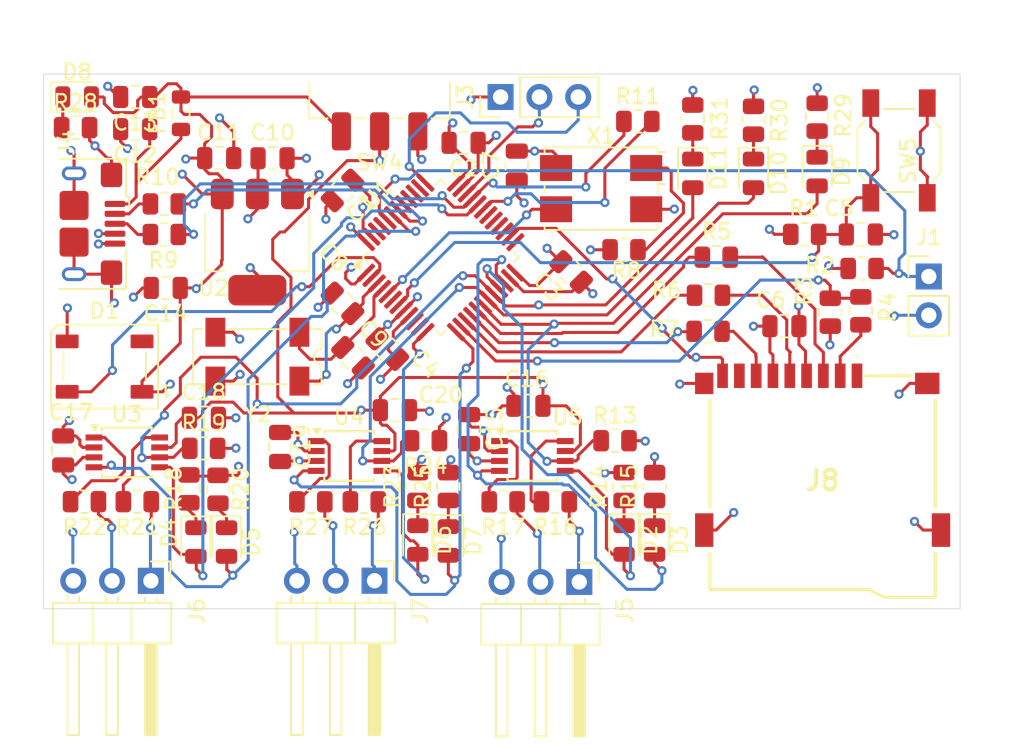
<source format=kicad_pcb>
(kicad_pcb (version 20240108) (generator "pcbnew") (generator_version "8.0")
  (layers (0 "F.Cu" signal) (1 "In1.Cu" power) (2 "In2.Cu" power) (31 "B.Cu" signal) (34 "B.Paste" user) (35 "F.Paste" user) (36 "B.SilkS" user "B.Silkscreen") (37 "F.SilkS" user "F.Silkscreen") (38 "B.Mask" user) (39 "F.Mask" user) (44 "Edge.Cuts" user))
  (net 0 "")
  (net 1 "GND")
  (net 2 "+3V3")
  (net 3 "/NRST")
  (net 4 "/RTC_XTAL_OUT")
  (net 5 "/RTC_XTAL_IN")
  (net 6 "+5V")
  (net 7 "Net-(J4-VBUS)")
  (net 9 "/RGB_LED")
  (net 10 "/UART1_TX")
  (net 11 "Net-(D2-K)")
  (net 12 "/UART1_RX")
  (net 13 "Net-(D3-K)")
  (net 14 "/UART3_TX")
  (net 15 "Net-(D4-K)")
  (net 16 "/UART3_RX")
  (net 17 "Net-(D5-K)")
  (net 18 "Net-(D6-K)")
  (net 19 "/UART2_TX")
  (net 20 "/UART2_RX")
  (net 21 "Net-(D7-K)")
  (net 22 "Net-(D8-K)")
  (net 23 "/CH1_EN")
  (net 24 "Net-(D9-K)")
  (net 25 "/CH2_EN")
  (net 26 "Net-(D10-K)")
  (net 27 "Net-(D11-K)")
  (net 28 "/CH3_EN")
  (net 29 "/BOOT0")
  (net 30 "/SWDIO")
  (net 31 "/SWCLK")
  (net 32 "Net-(J4-D-)")
  (net 33 "Net-(J4-D+)")
  (net 34 "/CH1_TX")
  (net 35 "/CH1_RX")
  (net 36 "/CH3_TX")
  (net 37 "/CH3_RX")
  (net 38 "/CH2_RX")
  (net 39 "/CH2_TX")
  (net 40 "/SD_CS")
  (net 41 "/SD_MOSI")
  (net 42 "/SD_SCLK")
  (net 43 "/SD_MISO")
  (net 44 "Net-(X1-EN)")
  (net 45 "/USB_DP")
  (net 46 "/USB_DM")
  (net 47 "Net-(U5-B1)")
  (net 48 "Net-(U5-B2)")
  (net 49 "Net-(U3-B1)")
  (net 50 "Net-(U3-B2)")
  (net 51 "Net-(U4-B1)")
  (net 52 "Net-(U4-B2)")
  (net 58 "/SYS_CLK")
  (net 66 "Net-(J8-DAT0)")
  (net 68 "Net-(J8-CMD)")
  (net 69 "Net-(J8-CLK)")
  (net 71 "Net-(J8-CD{slash}DAT3)")
  (net 72 "/CARD_DETECT")
  (net 73 "/V_IO")
  (net 75 "/USB_DP_CTRL")
  (footprint "Resistor_SMD:R_0805_2012Metric" (layer "F.Cu") (at 65.1002 103.505)
    (property "Reference" "R28")
    (property "Value" "2.2K")
  )
  (footprint "Connector_USB:USB_Micro-B_Amphenol_10118193-0001LF_Horizontal" (layer "F.Cu") (at 65 109.8 -90)
    (property "Reference" "J4")
    (property "Value" "USB_B_Micro")
  )
  (footprint "LED_SMD:LED_WS2812B_PLCC4_5.0x5.0mm_P3.2mm" (layer "F.Cu") (at 67 119.15 180)
    (property "Reference" "D1")
    (property "Value" "WS2812B")
  )
  (footprint "Inductor_SMD:L_0805_2012Metric" (layer "F.Cu") (at 72 102.5625 90)
    (property "Reference" "FB1")
    (property "Value" "50R100MHz")
  )
  (footprint "LED_SMD:LED_0805_2012Metric" (layer "F.Cu") (at 65.2018 101.4984)
    (property "Reference" "D8")
    (property "Value" "LED")
  )
  (footprint "Capacitor_SMD:C_0805_2012Metric" (layer "F.Cu") (at 77.9932 105.5116)
    (property "Reference" "C10")
    (property "Value" "22uF")
  )
  (footprint "LED_SMD:LED_0805_2012Metric" (layer "F.Cu") (at 113.6396 106.3817 -90)
    (property "Reference" "D9")
    (property "Value" "LED")
  )
  (footprint "Capacitor_SMD:C_0805_2012Metric" (layer "F.Cu") (at 82.5754 115.0112 135)
    (property "Reference" "C9")
    (property "Value" "20pF")
  )
  (footprint "Resistor_SMD:R_0805_2012Metric" (layer "F.Cu") (at 87.5 127 90)
    (property "Reference" "R23")
    (property "Value" "2.2K")
  )
  (footprint "Resistor_SMD:R_0805_2012Metric" (layer "F.Cu") (at 114.5 115.5875 90)
    (property "Reference" "R3")
    (property "Value" "10K")
  )
  (footprint "Capacitor_SMD:C_0805_2012Metric" (layer "F.Cu") (at 73.5 122.5)
    (property "Reference" "C18")
    (property "Value" "0.1uF")
  )
  (footprint "LED_SMD:LED_0805_2012Metric" (layer "F.Cu") (at 87.5 130.5 -90)
    (property "Reference" "D6")
    (property "Value" "LED")
  )
  (footprint "Capacitor_SMD:C_0805_2012Metric" (layer "F.Cu") (at 90.5 104.5 180)
    (property "Reference" "C2")
    (property "Value" "0.1uF")
  )
  (footprint "Capacitor_SMD:C_0805_2012Metric" (layer "F.Cu") (at 111.5 116.5 180)
    (property "Reference" "C6")
    (property "Value" "0.1uF")
  )
  (footprint "Crystal:Crystal_SMD_7050-4Pin_7.0x5.0mm" (layer "F.Cu") (at 99.5 107.5 180)
    (property "Reference" "X1")
    (property "Value" "11.0592MHz")
  )
  (footprint "Package_SO:TSSOP-8_3x3mm_P0.65mm" (layer "F.Cu") (at 83 125)
    (property "Reference" "U4")
    (property "Value" "TXB0102DCT")
  )
  (footprint "Resistor_SMD:R_0805_2012Metric" (layer "F.Cu") (at 72.517 127.1524 90)
    (property "Reference" "R18")
    (property "Value" "2.2K")
  )
  (footprint "Button_Switch_SMD:SW_SPDT_CK_JS102011SAQN" (layer "F.Cu") (at 85 101 180)
    (property "Reference" "SW4")
    (property "Value" "SW_SPDT")
  )
  (footprint "Resistor_SMD:R_0805_2012Metric" (layer "F.Cu") (at 96.5 128 180)
    (property "Reference" "R16")
    (property "Value" "22R")
  )
  (footprint "Resistor_SMD:R_0805_2012Metric" (layer "F.Cu") (at 101 111.5 180)
    (property "Reference" "R8")
    (property "Value" "22R")
  )
  (footprint "Capacitor_SMD:C_0805_2012Metric" (layer "F.Cu") (at 85.5 118 -45)
    (property "Reference" "C4")
    (property "Value" "0.1uF")
  )
  (footprint "Capacitor_SMD:C_0805_2012Metric" (layer "F.Cu") (at 82.5754 107.6198 -135)
    (property "Reference" "C1")
    (property "Value" "0.1uF")
  )
  (footprint "Resistor_SMD:R_0805_2012Metric" (layer "F.Cu") (at 116.586 112.7252 180)
    (property "Reference" "R2")
    (property "Value" "10K")
  )
  (footprint "Resistor_SMD:R_0805_2012Metric" (layer "F.Cu") (at 84 128 180)
    (property "Reference" "R26")
    (property "Value" "22R")
  )
  (footprint "Resistor_SMD:R_0805_2012Metric" (layer "F.Cu") (at 73.4841 124.5)
    (property "Reference" "R19")
    (property "Value" "10K")
  )
  (footprint "Resistor_SMD:R_0805_2012Metric" (layer "F.Cu") (at 107.0375 111.9886 180)
    (property "Reference" "R5")
    (property "Value" "22R")
  )
  (footprint "Package_TO_SOT_SMD:SOT-223-3_TabPin2" (layer "F.Cu") (at 77 111 -90)
    (property "Reference" "U2")
    (property "Value" "AMS1117-3.3")
  )
  (footprint "slugv1:TFCARDH18" (layer "F.Cu") (at 114 127)
    (property "Reference" "J8")
    (property "Value" "TF-CARD_H1.8" (hide yes))
  )
  (footprint "Resistor_SMD:R_0805_2012Metric" (layer "F.Cu") (at 116.5 115.5 90)
    (property "Reference" "R4")
    (property "Value" "22R")
  )
  (footprint "Capacitor_SMD:C_0805_2012Metric" (layer "F.Cu") (at 86 122)
    (property "Reference" "C20")
    (property "Value" "0.1uF")
  )
  (footprint "Resistor_SMD:R_0805_2012Metric" (layer "F.Cu") (at 101 127 90)
    (property "Reference" "R14")
    (property "Value" "2.2K")
  )
  (footprint "LED_SMD:LED_0805_2012Metric" (layer "F.Cu") (at 103 130.5 -90)
    (property "Reference" "D3")
    (property "Value" "LED")
  )
  (footprint "Resistor_SMD:R_0805_2012Metric" (layer "F.Cu") (at 89.5 127 90)
    (property "Reference" "R25")
    (property "Value" "2.2K")
  )
  (footprint "Resistor_SMD:R_0805_2012Metric" (layer "F.Cu") (at 106.5276 114.4778 180)
    (property "Reference" "R6")
    (property "Value" "22R")
  )
  (footprint "Resistor_SMD:R_0805_2012Metric" (layer "F.Cu") (at 105.5 102.9375 90)
    (property "Reference" "R31")
    (property "Value" "2.2K")
  )
  (footprint "Capacitor_SMD:C_0805_2012Metric" (layer "F.Cu") (at 93.98 105.9942 90)
    (property "Reference" "C7")
    (property "Value" "0.1uF")
  )
  (footprint "Resistor_SMD:R_0805_2012Metric" (layer "F.Cu") (at 88 124 180)
    (property "Reference" "R24")
    (property "Value" "10K")
  )
  (footprint "LED_SMD:LED_0805_2012Metric" (layer "F.Cu") (at 74.9808 130.6345 -90)
    (property "Reference" "D5")
    (property "Value" "LED")
  )
  (footprint "Connector_PinHeader_2.54mm:PinHeader_1x03_P2.54mm_Horizontal" (layer "F.Cu") (at 70.0278 133.1722 -90)
    (property "Reference" "J6")
    (property "Value" "Conn_01x03_Pin")
  )
  (footprint "Connector_PinHeader_2.54mm:PinHeader_1x03_P2.54mm_Horizontal" (layer "F.Cu") (at 84.6686 133.166 -90)
    (property "Reference" "J7")
    (property "Value" "Conn_01x03_Pin")
  )
  (footprint "Capacitor_SMD:C_0805_2012Metric" (layer "F.Cu") (at 94.742 121.7168 180)
    (property "Reference" "C16")
    (property "Value" "0.1uF")
  )
  (footprint "Resistor_SMD:R_0805_2012Metric" (layer "F.Cu") (at 109.474 103.0249 90)
    (property "Reference" "R30")
    (property "Value" "2.2K")
  )
  (footprint "Capacitor_SMD:C_0805_2012Metric" (layer "F.Cu") (at 69 103.6066 180)
    (property "Reference" "C12")
    (property "Value" "10nF")
  )
  (footprint "Capacitor_SMD:C_0805_2012Metric" (layer "F.Cu") (at 74.5 105.5)
    (property "Reference" "C11")
    (property "Value" "22uF")
  )
  (footprint "Connector_PinHeader_2.54mm:PinHeader_1x02_P2.54mm_Vertical" (layer "F.Cu") (at 120.95 113.25)
    (property "Reference" "J1")
    (property "Value" "Conn_01x02_Pin")
  )
  (footprint "Capacitor_SMD:C_0805_2012Metric" (layer "F.Cu") (at 83.2612 118.5672 -45)
    (property "Reference" "C8")
    (property "Value" "20pF")
  )
  (footprint "Resistor_SMD:R_0805_2012Metric" (layer "F.Cu") (at 100.4125 124)
    (property "Reference" "R13")
    (property "Value" "10K")
  )
  (footprint "Resistor_SMD:R_0805_2012Metric" (layer "F.Cu") (at 70.9125 110.5 180)
    (property "Reference" "R9")
    (property "Value" "22R")
  )
  (footprint "Capacitor_SMD:C_0805_2012Metric" (layer "F.Cu") (at 97.536 112.9538 135)
    (property "Reference" "C3")
    (property "Value" "0.1uF")
  )
  (footprint "LED_SMD:LED_0805_2012Metric" (layer "F.Cu") (at 101 130.5 -90)
    (property "Reference" "D2")
    (property "Value" "LED")
  )
  (footprint "Connector_PinHeader_2.54mm:PinHeader_1x03_P2.54mm_Horizontal" (layer "F.Cu") (at 98.0694 133.2484 -90)
    (property "Reference" "J5")
    (property "Value" "Conn_01x03_Pin")
  )
  (footprint "Button_Switch_SMD:SW_SPST_SKQG_WithStem" (layer "F.Cu") (at 119 105 -90)
    (property "Reference" "SW5")
    (property "Value" "SW_SPST")
  )
  (footprint "Resistor_SMD:R_0805_2012Metric" (layer "F.Cu") (at 70.9125 108.5 180)
    (property "Reference" "R10")
    (property "Value" "22R")
  )
  (footprint "Resistor_SMD:R_0805_2012Metric" (layer "F.Cu") (at 80.5 128 180)
    (property "Reference" "R27")
    (property "Value" "22R")
  )
  (footprint "LED_SMD:LED_0805_2012Metric" (layer "F.Cu") (at 105.5 106.5 -90)
    (property "Reference" "D11")
    (property "Value" "LED")
  )
  (footprint "Resistor_SMD:R_0805_2012Metric" (layer "F.Cu") (at 106.5022 116.84 180)
    (property "Reference" "R7")
    (property "Value" "22R")
  )
  (footprint "Connector_PinHeader_2.54mm:PinHeader_1x03_P2.54mm_Vertical" (layer "F.Cu") (at 92.92 101.5 90)
    (property "Reference" "J3")
    (property "Value" "Conn_01x03_Pin")
  )
  (footprint "Capacitor_SMD:C_0805_2012Metric" (layer "F.Cu") (at 116.5 110.5 180)
    (property "Reference" "C5")
    (property "Value" "1uF")
  )
  (footprint "Resistor_SMD:R_0805_2012Metric" (layer "F.Cu") (at 69.1388 127.9906 180)
    (property "Reference" "R21")
    (property "Value" "22R")
  )
  (footprint "Resistor_SMD:R_0805_2012Metric" (layer "F.Cu") (at 103 127 90)
    (property "Reference" "R15")
    (property "Value" "2.2K")
  )
  (footprint "Resistor_SMD:R_0805_2012Metric" (layer "F.Cu") (at 112.8268 110.49)
    (property "Reference" "R1")
    (property "Value" "10K")
  )
  (footprint "LED_SMD:LED_0805_2012Metric" (layer "F.Cu") (at 89.5 130.5625 -90)
    (property "Reference" "D7")
    (property "Value" "LED")
  )
  (footprint "Capacitor_SMD:C_0805_2012Metric" (layer "F.Cu") (at 71 114 180)
    (property "Reference" "C14")
    (property "Value" "0.1uF")
  )
  (footprint "Resistor_SMD:R_0805_2012Metric" (layer "F.Cu") (at 113.6396 102.8192 90)
    (property "Reference" "R29")
    (property "Value" "2.2K")
  )
  (footprint "Capacitor_SMD:C_0805_2012Metric" (layer "F.Cu") (at 69 101.5 180)
    (property "Reference" "C13")
    (property "Value" "100nF")
  )
  (footprint "Resistor_SMD:R_0805_2012Metric" (layer "F.Cu") (at 65.6844 127.9906 180)
    (property "Reference" "R22")
    (property "Value" "22R")
  )
  (footprint "Capacitor_SMD:C_0805_2012Metric" (layer "F.Cu") (at 78.486 124.4092 -90)
    (property "Reference" "C19")
    (property "Value" "0.1uF")
  )
  (footprint "LED_SMD:LED_0805_2012Metric" (layer "F.Cu") (at 72.9742 130.6345 -90)
    (property "Reference" "D4")
    (property "Value" "LED")
  )
  (footprint "Resistor_SMD:R_0805_2012Metric" (layer "F.Cu") (at 93.0875 128 180)
    (property "Reference" "R17")
    (property "Value" "22R")
  )
  (footprint "Capacitor_SMD:C_0805_2012Metric" (layer "F.Cu") (at 64.2874 124.6378 -90)
    (property "Reference" "C17")
    (property "Value" "0.1uF")
  )
  (footprint "LED_SMD:LED_0805_2012Metric" (layer "F.Cu") (at 109.474 106.4999 -90)
    (property "Reference" "D10")
    (property "Value" "LED")
  )
  (footprint "Package_SO:TSSOP-8_3x3mm_P0.65mm" (layer "F.Cu") (at 68.453 124.7648)
    (property "Reference" "U3")
    (property "Value" "TXB0102DCT")
  )
  (footprint "Crystal:Crystal_SMD_SeikoEpson_MC306-4Pin_8.0x3.2mm" (layer "F.Cu") (at 77 118.5 180)
    (property "Reference" "Y2")
    (property "Value" "32.768K")
  )
  (footprint "Package_QFP:LQFP-48_7x7mm_P0.5mm" (layer "F.Cu") (at 89 112 45)
    (property "Reference" "U1")
    (property "Value" "STM32F103C8Tx")
  )
  (footprint "Capacitor_SMD:C_0805_2012Metric" (layer "F.Cu") (at 90.8558 123.2408 -90)
    (property "Reference" "C15")
    (property "Value" "0.1uF")
  )
  (footprint "Resistor_SMD:R_0805_2012Metric" (layer "F.Cu") (at 74.422 127.1797 90)
    (property "Reference" "R20")
    (property "Value" "2.2K")
  )
  (footprint "Resistor_SMD:R_0805_2012Metric" (layer "F.Cu") (at 101.9048 103.0986)
    (property "Reference" "R11")
    (property "Value" "1.5k")
  )
  (footprint "Package_SO:TSSOP-8_3x3mm_P0.65mm" (layer "F.Cu") (at 95 125)
    (property "Reference" "U5")
    (property "Value" "TXB0102DCT")
  )
  (gr_rect (start 63 100) (end 123 135) (stroke (width 0.05)) (fill none) (layer "Edge.Cuts"))
  (segment (start 80.85 124.675) (end 80.1 124.675) (width 0.2) (layer "F.Cu") (net 1))
  (segment (start 98.207751 113.625551) (end 98.9584 114.3762) (width 0.2) (layer "F.Cu") (net 1))
  (segment (start 75.6882 126.2672) (end 75.7936 126.1618) (width 0.2) (layer "F.Cu") (net 1))
  (segment (start 93.792 120.9446) (end 93.345 120.4976) (width 0.2) (layer "F.Cu") (net 1))
  (segment (start 67.183 105.5116) (end 66.3702 104.6988) (width 0.2) (layer "F.Cu") (net 1))
  (segment (start 97.590502 114.2428) (end 98.207751 113.625551) (width 0.2) (layer "F.Cu") (net 1))
  (segment (start 96.55 105.2876) (end 96.55 106.15) (width 0.2) (layer "F.Cu") (net 1))
  (segment (start 91.45 106.36802) (end 91.45 104.5) (width 0.2) (layer "F.Cu") (net 1))
  (segment (start 92.3544 122.2908) (end 92.4662 122.2908) (width 0.2) (layer "F.Cu") (net 1))
  (segment (start 79.6544 123.5202) (end 79.5934 123.4592) (width 0.2) (layer "F.Cu") (net 1))
  (segment (start 91.8808 124.4558) (end 91.8808 123.433991) (width 0.2) (layer "F.Cu") (net 1))
  (segment (start 66.6238 111.1) (end 66.5988 111.125) (width 0.2) (layer "F.Cu") (net 1))
  (segment (start 91.0336 123.1138) (end 90.8558 122.936) (width 0.2) (layer "F.Cu") (net 1))
  (segment (start 65.553 124.4398) (end 66.303 124.4398) (width 0.2) (layer "F.Cu") (net 1))
  (segment (start 88.9125 123.1013) (end 89.281 122.7328) (width 0.2) (layer "F.Cu") (net 1))
  (segment (start 86.95 122) (end 88.1926 122) (width 0.2) (layer "F.Cu") (net 1))
  (segment (start 118.6534 110.5) (end 118.6688 110.5154) (width 0.2) (layer "F.Cu") (net 1))
  (segment (start 90.8558 122.936) (end 90.8558 122.2908) (width 0.2) (layer "F.Cu") (net 1))
  (segment (start 75.45 105.5) (end 75.45 103.7964) (width 0.2) (layer "F.Cu") (net 1))
  (segment (start 74.45 122.5) (end 75.5862 122.5) (width 0.2) (layer "F.Cu") (net 1))
  (segment (start 84.828249 117.328249) (end 84.828249 117.090987) (width 0.2) (layer "F.Cu") (net 1))
  (segment (start 114.5794 112.7252) (end 114.4016 112.5474) (width 0.2) (layer "F.Cu") (net 1))
  (segment (start 88.1926 122) (end 88.265 122.0724) (width 0.2) (layer "F.Cu") (net 1))
  (segment (start 67.675 111.1) (end 66.6238 111.1) (width 0.2) (layer "F.Cu") (net 1))
  (segment (start 68.05 104.4228) (end 68.05 103.6066) (width 0.2) (layer "F.Cu") (net 1))
  (segment (start 74.25 120.1) (end 75.4292 120.1) (width 0.2) (layer "F.Cu") (net 1))
  (segment (start 90.8558 122.2908) (end 92.3544 122.2908) (width 0.2) (layer "F.Cu") (net 1))
  (segment (start 120.8786 106.7308) (end 120.85 106.7594) (width 0.2) (layer "F.Cu") (net 1))
  (segment (start 67.35 113.1) (end 67.45 113) (width 0.2) (layer "F.Cu") (net 1))
  (segment (start 91.8808 123.433991) (end 91.560609 123.1138) (width 0.2) (layer "F.Cu") (net 1))
  (segment (start 67.675 110.45) (end 66.6096 110.45) (width 0.2) (layer "F.Cu") (net 1))
  (segment (start 85.672384 116.388276) (end 85.53096 116.388276) (width 0.2) (layer "F.Cu") (net 1))
  (segment (start 96.3066 105.0442) (end 96.55 105.2876) (width 0.2) (layer "F.Cu") (net 1))
  (segment (start 109.474 101.0885) (end 109.5214 101.0411) (width 0.2) (layer "F.Cu") (net 1))
  (segment (start 74.3966 125.9841) (end 74.5 126.0875) (width 0.2) (layer "F.Cu") (net 1))
  (segment (start 89.3572 122.6566) (end 89.3572 122.4788) (width 0.2) (layer "F.Cu") (net 1))
  (segment (start 66.0127 104.3413) (end 66.3702 104.6988) (width 0.2) (layer "F.Cu") (net 1))
  (segment (start 75.4292 120.1) (end 75.8698 119.6594) (width 0.2) (layer "F.Cu") (net 1))
  (segment (start 79.5934 123.4592) (end 78.486 123.4592) (width 0.2) (layer "F.Cu") (net 1))
  (segment (start 93.0402 121.7168) (end 93.792 121.7168) (width 0.2) (layer "F.Cu") (net 1))
  (segment (start 64.2874 123.0884) (end 64.6938 122.682) (width 0.2) (layer "F.Cu") (net 1))
  (segment (start 75.45 103.7964) (end 74.5236 102.87) (width 0.2) (layer "F.Cu") (net 1))
  (segment (start 90.352342 107.465678) (end 91.45 106.36802) (width 0.2) (layer "F.Cu") (net 1))
  (segment (start 83.932951 119.238951) (end 83.932951 119.241649) (width 0.2) (layer "F.Cu") (net 1))
  (segment (start 120.85 120.25) (end 119.7038 120.25) (width 0.2) (layer "F.Cu") (net 1))
  (segment (start 67.45 106.6) (end 67.45 105.5754) (width 0.2) (layer "F.Cu") (net 1))
  (segment (start 67.45 114.7956) (end 67.45 113) (width 0.2) (layer "F.Cu") (net 1))
  (segment (start 119.7038 120.25) (end 118.999 120.9548) (width 0.2) (layer "F.Cu") (net 1))
  (segment (start 84.828249 117.232411) (end 84.828249 117.328249) (width 0.2) (layer "F.Cu") (net 1))
  (segment (start 65.1 106.6) (end 65 106.5) (width 0.2) (layer "F.Cu") (net 1))
  (segment (start 69.4896 114) (end 68.8848 114.6048) (width 0.2) (layer "F.Cu") (net 1))
  (segment (start 81.04535 106.73685) (end 79.9322 107.85) (width 0.2) (layer "F.Cu") (net 1))
  (segment (start 68.05 101.5) (end 67.9084 101.5) (width 0.2) (layer "F.Cu") (net 1))
  (segment (start 66.0127 103.505) (end 66.0127 104.3413) (width 0.2) (layer "F.Cu") (net 1))
  (segment (start 83.92127 110.10325) (end 83.92127 108.73707) (width 0.2) (layer "F.Cu") (net 1))
  (segment (start 110.75 118.3954) (end 110.75 119.75) (width 0.2) (layer "F.Cu") (net 1))
  (segment (start 78.9432 106.6038) (end 78.9432 105.5116) (width 0.2) (layer "F.Cu") (net 1))
  (segment (start 80.2132 105.5116) (end 78.9432 105.5116) (width 0.2) (layer "F.Cu") (net 1))
  (segment (start 67.9084 101.5) (end 67.2084 100.8) (width 0.2) (layer "F.Cu") (net 1))
  (segment (start 93.534322 113.352342) (end 94.42478 114.2428) (width 0.2) (layer "F.Cu") (net 1))
  (segment (start 75.5862 122.5) (end 75.5904 122.5042) (width 0.2) (layer "F.Cu") (net 1))
  (segment (start 104.6924 120.25) (end 104.648 120.2944) (width 0.2) (layer "F.Cu") (net 1))
  (segment (start 84.3534 108.2548) (end 83.8962 108.712) (width 0.2) (layer "F.Cu") (net 1))
  (segment (start 93.98 105.0442) (end 95.1484 105.0442) (width 0.2) (layer "F.Cu") (net 1))
  (segment (start 117.45 110.5) (end 118.6534 110.5) (width 0.2) (layer "F.Cu") (net 1))
  (segment (start 83.671751 107.328249) (end 83.853551 107.510049) (width 0.2) (layer "F.Cu") (net 1))
  (segment (start 81.900951 114.339449) (end 80.9752 115.2652) (width 0.2) (layer "F.Cu") (net 1))
  (segment (start 74.3712 126.318) (end 74.422 126.2672) (width 0.2) (layer "F.Cu") (net 1))
  (segment (start 102.3592 124) (end 102.3874 124.0282) (width 0.2) (layer "F.Cu") (net 1))
  (segment (start 110.55 116.5) (end 110.55 118.1954) (width 0.2) (layer "F.Cu") (net 1))
  (segment (start 84.828249 117.459621) (end 84.828249 117.328249) (width 0.2) (layer "F.Cu") (net 1))
  (segment (start 120.4 106.2522) (end 120.8786 106.7308) (width 0.2) (layer "F.Cu") (net 1))
  (segment (start 79.3 107.85) (end 79.3 106.9606) (width 0.2) (layer "F.Cu") (net 1))
  (segment (start 106.25 120.25) (end 104.6924 120.25) (width 0.2) (layer "F.Cu") (net 1))
  (segment (start 68.5038 104.8766) (end 68.05 104.4228) (width 0.2) (layer "F.Cu") (net 1))
  (segment (start 65 105.2082) (end 64.7954 105.0036) (width 0.2) (layer "F.Cu") (net 1))
  (segment (start 87.5 126.0875) (end 87.5 125.479) (width 0.2) (layer "F.Cu") (net 1))
  (segment (start 101.325 124) (end 102.3592 124) (width 0.2) (layer "F.Cu") (net 1))
  (segment (start 79.3 106.9606) (end 78.9432 106.6038) (width 0.2) (layer "F.Cu") (net 1))
  (segment (start 65.1154 123.6878) (end 65.3796 123.952) (width 0.2) (layer "F.Cu") (net 1))
  (segment (start 75.7936 126.1618) (end 75.7936 125.7046) (width 0.2) (layer "F.Cu") (net 1))
  (segment (start 91.8808 123.433991) (end 91.79771 123.350901) (width 0.2) (layer "F.Cu") (net 1))
  (segment (start 91.45 104.5) (end 92.1468 104.5) (width 0.2) (layer "F.Cu") (net 1))
  (segment (start 84.3534 108.009898) (end 84.3534 108.2548) (width 0.2) (layer "F.Cu") (net 1))
  (segment (start 64.55 115.3328) (end 64.5668 115.316) (width 0.2) (layer "F.Cu") (net 1))
  (segment (start 64.2874 123.6878) (end 65.1154 123.6878) (width 0.2) (layer "F.Cu") (net 1))
  (segment (start 86.586998 115.473662) (end 86.586998 115.470002) (width 0.2) (layer "F.Cu") (net 1))
  (segment (start 65.3796 123.952) (end 65.3796 124.2664) (width 0.2) (layer "F.Cu") (net 1))
  (segment (start 72.5875 126.0875) (end 72.5 126.175) (width 0.2) (layer "F.Cu") (net 1))
  (segment (start 92.4662 122.2908) (end 93.0402 121.7168) (width 0.2) (layer "F.Cu") (net 1))
  (segment (start 79.9322 107.85) (end 79.3 107.85) (width 0.2) (layer "F.Cu") (net 1))
  (segment (start 120.85 103.3344) (end 120.4 103.7844) (width 0.2) (layer "F.Cu") (net 1))
  (segment (start 74.3966 124.5) (end 75.5758 124.5) (width 0.2) (layer "F.Cu") (net 1))
  (segment (start 65 108.6) (end 65 106.5) (width 0.2) (layer "F.Cu") (net 1))
  (segment (start 84.828249 117.090987) (end 85.53096 116.388276) (width 0.2) (layer "F.Cu") (net 1))
  (segment (start 67.45 105.5754) (end 67.3862 105.5116) (width 0.2) (layer "F.Cu") (net 1))
  (segment (start 75.3964 116.9) (end 75.8444 117.348) (width 0.2) (layer "F.Cu") (net 1))
  (segment (start 93.792 121.7168) (end 93.792 120.9446) (width 0.2) (layer "F.Cu") (net 1))
  (segment (start 95.1484 105.0442) (end 96.3066 105.0442) (width 0.2) (layer "F.Cu") (net 1))
  (segment (start 83.809151 107.510049) (end 83.853551 107.510049) (width 0.2) (layer "F.Cu") (net 1))
  (segment (start 92.92 101.5) (end 91.159 101.5) (width 0.2) (layer "F.Cu") (net 1))
  (segment (start 92.85 124.675) (end 92.1 124.675) (width 0.2) (layer "F.Cu") (net 1))
  (segment (start 83.92127 108.73707) (end 83.8962 108.712) (width 0.2) (layer "F.Cu") (net 1))
  (segment (start 101 126.0875) (end 99.7693 126.0875) (width 0.2) (layer "F.Cu") (net 1))
  (segment (start 67.3862 105.5116) (end 67.183 105.5116) (width 0.2) (layer "F.Cu") (net 1))
  (segment (start 65.1 113) (end 65 113.1) (width 0.2) (layer "F.Cu") (net 1))
  (segment (start 86.586998 115.473662) (end 85.672384 116.388276) (width 0.2) (layer "F.Cu") (net 1))
  (segment (start 103 125.0442) (end 103 126.0875) (width 0.2) (layer "F.Cu") (net 1))
  (segment (start 113.6396 100.9143) (end 113.6564 100.8975) (width 0.2) (layer "F.Cu") (net 1))
  (segment (start 92.1 124.675) (end 91.8808 124.4558) (width 0.2) (layer "F.Cu") (net 1))
  (segment (start 83.247151 106.948049) (end 83.809151 107.510049) (width 0.2) (layer "F.Cu") (net 1))
  (segment (start 74.422 126.2672) (end 75.6882 126.2672) (width 0.2) (layer "F.Cu") (net 1))
  (segment (start 106.25 129.85) (end 107.0304 129.85) (width 0.2) (layer "F.Cu") (net 1))
  (segment (start 89.5 125.4094) (end 89.662 125.2474) (width 0.2) (layer "F.Cu") (net 1))
  (segment (start 75.5758 124.5) (end 75.5904 124.4854) (width 0.2) (layer "F.Cu") (net 1))
  (segment (start 120.85 106.7594) (end 120.85 108.1) (width 0.2) (layer "F.Cu") (net 1))
  (segment (start 81.04535 106.588) (end 81.04535 106.73685) (width 0.2) (layer "F.Cu") (net 1))
  (segment (start 89.281 122.7328) (end 89.3572 122.6566) (width 0.2) (layer "F.Cu") (net 1))
  (segment (start 115.6735 112.7252) (end 114.5794 112.7252) (width 0.2) (layer "F.Cu") (net 1))
  (segment (start 83.932951 119.241649) (end 82.9056 120.269) (width 0.2) (layer "F.Cu") (net 1))
  (segment (start 110.55 116.5) (end 109.4838 116.5) (width 0.2) (layer "F.Cu") (net 1))
  (segment (start 65 111) (end 65 113.1) (width 0.2) (layer "F.Cu") (net 1))
  (segment (start 96.5382 106.1618) (end 96.55 106.15) (width 0.2) (layer "F.Cu") (net 1))
  (segment (start 120.85 101.9) (end 120.85 103.3344) (width 0.2) (layer "F.Cu") (net 1))
  (segment (start 120.579 129.85) (end 120.015 129.286) (width 0.2) (layer "F.Cu") (net 1))
  (segment (start 121.75 129.85) (end 120.579 129.85) (width 0.2) (layer "F.Cu") (net 1))
  (segment (start 105.5 101.0782) (end 105.5 102.025) (width 0.2) (layer "F.Cu") (net 1))
  (segment (start 120.4 103.7844) (end 120.4 106.2522) (width 0.2) (layer "F.Cu") (net 1))
  (segment (start 109.474 102.1124) (end 109.474 101.0885) (width 0.2) (layer "F.Cu") (net 1))
  (segment (start 87.5 125.479) (end 87.757 125.222) (width 0.2) (layer "F.Cu") (net 1))
  (segment (start 81.903649 114.339449) (end 81.900951 114.339449) (width 0.2) (layer "F.Cu") (net 1))
  (segment (start 80.1 124.675) (end 79.6544 124.2294) (width 0.2) (layer "F.Cu") (net 1))
  (segment (start 74.25 116.9) (end 75.3964 116.9) (width 0.2) (layer "F.Cu") (net 1))
  (segment (start 68.5038 104.8766) (end 68.5038 104.8258) (width 0.2) (layer "F.Cu") (net 1))
  (segment (start 89.5 126.0875) (end 89.5 125.4094) (width 0.2) (layer "F.Cu") (net 1))
  (segment (start 110.55 118.1954) (end 110.75 118.3954) (width 0.2) (layer "F.Cu") (net 1))
  (segment (start 64.55 117.5) (end 64.55 115.3328) (width 0.2) (layer "F.Cu") (net 1))
  (segment (start 65.3796 124.2664) (end 65.553 124.4398) (width 0.2) (layer "F.Cu") (net 1))
  (segment (start 66.6096 110.45) (end 66.5988 110.4392) (width 0.2) (layer "F.Cu") (net 1))
  (segment (start 65 106.5) (end 65 105.2082) (width 0.2) (layer "F.Cu") (net 1))
  (segment (start 94.42478 114.2428) (end 97.590502 114.2428) (width 0.2) (layer "F.Cu") (net 1))
  (segment (start 92.1468 104.5) (end 92.6338 104.013) (width 0.2) (layer "F.Cu") (net 1))
  (segment (start 67.6402 114.9858) (end 67.45 114.7956) (width 0.2) (layer "F.Cu") (net 1))
  (segment (start 86.586998 115.470002) (end 87.4776 114.5794) (width 0.2) (layer "F.Cu") (net 1))
  (segment (start 72.4662 126.318) (end 74.3712 126.318) (width 0.2) (layer "F.Cu") (net 1))
  (segment (start 109.4838 116.5) (end 109.474 116.5098) (width 0.2) (layer "F.Cu") (net 1))
  (segment (start 91.560609 123.1138) (end 91.0336 123.1138) (width 0.2) (layer "F.Cu") (net 1))
  (segment (start 91.159 101.5) (end 90.9828 101.6762) (width 0.2) (layer "F.Cu") (net 1))
  (segment (start 84.465678 110.647658) (end 83.92127 110.10325) (width 0.2) (layer "F.Cu") (net 1))
  (segment (start 79.3 107.85) (end 79.7544 107.85) (width 0.2) (layer "F.Cu") (net 1))
  (segment (start 65 113.1) (end 67.35 113.1) (width 0.2) (layer "F.Cu") (net 1))
  (segment (start 105.5116 101.0666) (end 105.5 101.0782) (width 0.2) (layer "F.Cu") (net 1))
  (segment (start 83.853551 107.510049) (end 84.3534 108.009898) (width 0.2) (layer "F.Cu") (net 1))
  (segment (start 113.6396 101.9067) (end 113.6396 100.9143) (width 0.2) (layer "F.Cu") (net 1))
  (segment (start 79.6544 124.2294) (end 79.6544 123.5202) (width 0.2) (layer "F.Cu") (net 1))
  (segment (start 64.2874 123.6878) (end 64.2874 123.0884) (width 0.2) (layer "F.Cu") (net 1))
  (segment (start 75.7936 125.7046) (end 75.7682 125.6792) (width 0.2) (layer "F.Cu") (net 1))
  (segment (start 70.05 114) (end 69.4896 114) (width 0.2) (layer "F.Cu") (net 1))
  (segment (start 88.9125 124) (end 88.9125 123.1013) (width 0.2) (layer "F.Cu") (net 1))
  (segment (start 107.0304 129.85) (end 108.1786 128.7018) (width 0.2) (layer "F.Cu") (net 1))
  (segment (start 99.7693 126.0875) (end 99.7458 126.111) (width 0.2) (layer "F.Cu") (net 1))
  (via (at 92.6338 104.013) (size 0.6) (drill 0.3) (layers "F.Cu" "B.Cu") (net 1))
  (via (at 92.3544 122.2908) (size 0.6) (drill 0.3) (layers "F.Cu" "B.Cu") (net 1))
  (via (at 87.4776 114.5794) (size 0.6) (drill 0.3) (layers "F.Cu" "B.Cu") (net 1))
  (via (at 87.757 125.222) (size 0.6) (drill 0.3) (layers "F.Cu" "B.Cu") (net 1))
  (via (at 68.5038 104.8766) (size 0.6) (drill 0.3) (layers "F.Cu" "B.Cu") (net 1))
  (via (at 113.6564 100.8975) (size 0.6) (drill 0.3) (layers "F.Cu" "B.Cu") (net 1))
  (via (at 108.1786 128.7018) (size 0.6) (drill 0.3) (layers "F.Cu" "B.Cu") (net 1))
  (via (at 81.04535 106.588) (size 0.6) (drill 0.3) (layers "F.Cu" "B.Cu") (net 1))
  (via (at 99.7458 126.111) (size 0.6) (drill 0.3) (layers "F.Cu" "B.Cu") (net 1))
  (via (at 83.8962 108.712) (size 0.6) (drill 0.3) (layers "F.Cu" "B.Cu") (net 1))
  (via (at 75.7682 125.6792) (size 0.6) (drill 0.3) (layers "F.Cu" "B.Cu") (net 1))
  (via (at 93.345 120.4976) (size 0.6) (drill 0.3) (layers "F.Cu" "B.Cu") (net 1))
  (via (at 104.648 120.2944) (size 0.6) (drill 0.3) (layers "F.Cu" "B.Cu") (net 1))
  (via (at 102.3874 124.0282) (size 0.6) (drill 0.3) (layers "F.Cu" "B.Cu") (net 1))
  (via (at 89.3572 122.4788) (size 0.6) (drill 0.3) (layers "F.Cu" "B.Cu") (net 1))
  (via (at 118.6688 110.5154) (size 0.6) (drill 0.3) (layers "F.Cu" "B.Cu") (net 1))
  (via (at 64.9224 129.9972) (size 0.6) (drill 0.3) (layers "F.Cu" "B.Cu") (net 1))
  (via (at 68.8848 114.6048) (size 0.6) (drill 0.3) (layers "F.Cu" "B.Cu") (net 1))
  (via (at 67.2084 100.8) (size 0.6) (drill 0.3) (layers "F.Cu" "B.Cu") (net 1))
  (via (at 67.6402 114.9858) (size 0.6) (drill 0.3) (layers "F.Cu" "B.Cu") (net 1))
  (via (at 89.662 125.2474) (size 0.6) (drill 0.3) (layers "F.Cu" "B.Cu") (net 1))
  (via (at 92.964 130.4036) (size 0.6) (drill 0.3) (layers "F.Cu" "B.Cu") (net 1))
  (via (at 105.5116 101.0666) (size 0.6) (drill 0.3) (layers "F.Cu" "B.Cu") (net 1))
  (via (at 109.5214 101.0411) (size 0.6) (drill 0.3) (layers "F.Cu" "B.Cu") (net 1))
  (via (at 98.9584 114.3762) (size 0.6) (drill 0.3) (layers "F.Cu" "B.Cu") (net 1))
  (via (at 64.5668 115.316) (size 0.6) (drill 0.3) (layers "F.Cu" "B.Cu") (net 1))
  (via (at 109.474 116.5098) (size 0.6) (drill 0.3) (layers "F.Cu" "B.Cu") (net 1))
  (via (at 103 125.0442) (size 0.6) (drill 0.3) (layers "F.Cu" "B.Cu") (net 1))
  (via (at 75.5904 122.5042) (size 0.6) (drill 0.3) (layers "F.Cu" "B.Cu") (net 1))
  (via (at 120.015 129.286) (size 0.6) (drill 0.3) (layers "F.Cu" "B.Cu") (net 1))
  (via (at 79.6544 124.2294) (size 0.6) (drill 0.3) (layers "F.Cu" "B.Cu") (net 1))
  (via (at 74.5236 102.87) (size 0.6) (drill 0.3) (layers "F.Cu" "B.Cu") (net 1))
  (via (at 95.1484 105.0442) (size 0.6) (drill 0.3) (layers "F.Cu" "B.Cu") (net 1))
  (via (at 79.4258 129.9718) (size 0.6) (drill 0.3) (layers "F.Cu" "B.Cu") (net 1))
  (via (at 120.4 105.0544) (size 0.6) (drill 0.3) (layers "F.Cu" "B.Cu") (net 1))
  (via (at 114.4016 112.5474) (size 0.6) (drill 0.3) (layers "F.Cu" "B.Cu") (net 1))
  (via (at 91.79771 123.350901) (size 0.6) (drill 0.3) (layers "F.Cu" "B.Cu") (net 1))
  (via (at 85.53096 116.388276) (size 0.6) (drill 0.3) (layers "F.Cu" "B.Cu") (net 1))
  (via (at 80.9752 115.2652) (size 0.6) (drill 0.3) (layers "F.Cu" "B.Cu") (net 1))
  (via (at 75.8698 119.6594) (size 0.6) (drill 0.3) (layers "F.Cu" "B.Cu") (net 1))
  (via (at 66.5988 111.125) (size 0.6) (drill 0.3) (layers "F.Cu" "B.Cu") (net 1))
  (via (at 82.9056 120.269) (size 0.6) (drill 0.3) (layers "F.Cu" "B.Cu") (net 1))
  (via (at 75.8444 117.348) (size 0.6) (drill 0.3) (layers "F.Cu" "B.Cu") (net 1))
  (via (at 66.5988 110.4392) (size 0.6) (drill 0.3) (layers "F.Cu" "B.Cu") (net 1))
  (via (at 88.265 122.0724) (size 0.6) (drill 0.3) (layers "F.Cu" "B.Cu") (net 1))
  (via (at 90.9828 101.6762) (size 0.6) (drill 0.3) (layers "F.Cu" "B.Cu") (net 1))
  (via (at 118.999 120.9548) (size 0.6) (drill 0.3) (layers "F.Cu" "B.Cu") (net 1))
  (via (at 80.2132 105.5116) (size 0.6) (drill 0.3) (layers "F.Cu" "B.Cu") (net 1))
  (via (at 64.7954 105.0036) (size 0.6) (drill 0.3) (layers "F.Cu" "B.Cu") (net 1))
  (via (at 66.3702 104.6988) (size 0.6) (drill 0.3) (layers "F.Cu" "B.Cu") (net 1))
  (via (at 75.5904 124.4854) (size 0.6) (drill 0.3) (layers "F.Cu" "B.Cu") (net 1))
  (via (at 64.6938 122.682) (size 0.6) (drill 0.3) (layers "F.Cu" "B.Cu") (net 1))
  (segment (start 92.945 133.204) (end 92.9894 133.2484) (width 0.2) (layer "B.Cu") (net 1))
  (segment (start 79.445 129.991) (end 79.445 132.0484) (width 0.2) (layer "B.Cu") (net 1))
  (segment (start 79.4258 129.9718) (end 79.445 129.991) (width 0.2) (layer "B.Cu") (net 1))
  (segment (start 92.945 130.4226) (end 92.945 133.204) (width 0.2) (layer "B.Cu") (net 1))
  (segment (start 79.445 132.0484) (end 79.5886 132.192) (width 0.2) (layer "B.Cu") (net 1))
  (segment (start 79.5886 132.192) (end 79.5886 133.166) (width 0.2) (layer "B.Cu") (net 1))
  (segment (start 64.92 129.9996) (end 64.9224 129.9972) (width 0.2) (layer "B.Cu") (net 1))
  (segment (start 92.964 130.4036) (end 92.945 130.4226) (width 0.2) (layer "B.Cu") (net 1))
  (segment (start 64.92 132) (end 64.92 129.9996) (width 0.2) (layer "B.Cu") (net 1))
  (segment (start 93.98 107.957426) (end 93.98 106.9442) (width 0.2) (layer "F.Cu") (net 2))
  (segment (start 110.8456 110.49) (end 110.5154 110.1598) (width 0.2) (layer "F.Cu") (net 2))
  (segment (start 82.7786 113.3856) (end 82.7786 113.0046) (width 0.2) (layer "F.Cu") (net 2))
  (segment (start 112.8776 118.1354) (end 112.8776 119.6776) (width 0.2) (layer "F.Cu") (net 2))
  (segment (start 86.171751 118.671751) (end 86.171751 118.867379) (width 0.2) (layer "F.Cu") (net 2))
  (segment (start 77.0432 105.5116) (end 77.0432 107.8068) (width 0.2) (layer "F.Cu") (net 2))
  (segment (start 93.98 106.9442) (end 94.479938 107.444138) (width 0.2) (layer "F.Cu") (net 2))
  (segment (start 102.45 108.85) (end 104.2814 108.85) (width 0.2) (layer "F.Cu") (net 2))
  (segment (start 96.838849 112.282049) (end 95.9612 111.4044) (width 0.2) (layer "F.Cu") (net 2))
  (segment (start 87.5 103.75) (end 87.5 105.3308) (width 0.2) (layer "F.Cu") (net 2))
  (segment (start 82.328249 108.671751) (end 82.310849 108.671751) (width 0.2) (layer "F.Cu") (net 2))
  (segment (start 112.8776 119.6776) (end 112.95 119.75) (width 0.2) (layer "F.Cu") (net 2))
  (segment (start 64.2874 125.5878) (end 65.09 125.5878) (width 0.2) (layer "F.Cu") (net 2))
  (segment (start 93.974188 112.998788) (end 94.8182 113.8428) (width 0.2) (layer "F.Cu") (net 2))
  (segment (start 89.998788 107.112124) (end 90.8812 106.229712) (width 0.2) (layer "F.Cu") (net 2))
  (segment (start 85.895799 117.558201) (end 85.5726 117.8814) (width 0.2) (layer "F.Cu") (net 2))
  (segment (start 89.55 104.5) (end 89.55 103.4392) (width 0.2) (layer "F.Cu") (net 2))
  (segment (start 64.2874 126.1618) (end 64.6684 126.5428) (width 0.2) (layer "F.Cu") (net 2))
  (segment (start 65.588 125.0898) (end 66.303 125.0898) (width 0.2) (layer "F.Cu") (net 2))
  (segment (start 82.7786 113.0046) (end 83.1342 112.649) (width 0.2) (layer "F.Cu") (net 2))
  (segment (start 112.45 115.1932) (end 112.4204 115.1636) (width 0.2) (layer "F.Cu") (net 2))
  (segment (start 83.1342 113.7412) (end 82.7786 113.3856) (width 0.2) (layer "F.Cu") (net 2))
  (segment (start 81.4832 109.4994) (end 81.4832 108.712) (width 0.2) (layer "F.Cu") (net 2))
  (segment (start 89.55 103.4392) (end 89.789 103.2002) (width 0.2) (layer "F.Cu") (net 2))
  (segment (start 91.3144 125.325) (end 90.8558 124.8664) (width 0.2) (layer "F.Cu") (net 2))
  (segment (start 104.2814 108.85) (end 104.2924 108.839) (width 0.2) (layer "F.Cu") (net 2))
  (segment (start 77.0432 107.8068) (end 77 107.85) (width 0.2) (layer "F.Cu") (net 2))
  (segment (start 79.7306 125.325) (end 78.5202 125.325) (width 0.2) (layer "F.Cu") (net 2))
  (segment (start 81.4832 108.712) (end 81.903649 108.291551) (width 0.2) (layer "F.Cu") (net 2))
  (segment (start 64.2874 125.5878) (end 64.2874 126.1618) (width 0.2) (layer "F.Cu") (net 2))
  (segment (start 77 113.1442) (end 76.5302 112.6744) (width 0.2) (layer "F.Cu") (net 2))
  (segment (start 77 108.8518) (end 76.3778 109.474) (width 0.2) (layer "F.Cu") (net 2))
  (segment (start 85.5726 117.8814) (end 85.5726 118.0726) (width 0.2) (layer "F.Cu") (net 2))
  (segment (start 85.5726 118.0726) (end 86.171751 118.671751) (width 0.2) (layer "F.Cu") (net 2))
  (segment (start 111.9143 110.49) (end 110.8456 110.49) (width 0.2) (layer "F.Cu") (net 2))
  (segment (start 65.09 125.5878) (end 65.588 125.0898) (width 0.2) (layer "F.Cu") (net 2))
  (segment (start 86.171751 118.867379) (end 85.057065 119.982065) (width 0.2) (layer "F.Cu") (net 2))
  (segment (start 96.864249 112.282049) (end 96.838849 112.282049) (width 0.2) (layer "F.Cu") (net 2))
  (segment (start 78.5202 125.325) (end 78.486 125.3592) (width 0.2) (layer "F.Cu") (net 2))
  (segment (start 90.8558 124.8664) (end 90.8558 124.1908) (width 0.2) (layer "F.Cu") (net 2))
  (segment (start 112.45 117.7078) (end 112.8776 118.1354) (width 0.2) (layer "F.Cu") (net 2))
  (segment (start 77 107.85) (end 77 108.8518) (width 0.2) (layer "F.Cu") (net 2))
  (segment (start 112.45 116.5) (end 112.45 115.1932) (width 0.2) (layer "F.Cu") (net 2))
  (segment (start 84.112124 111.001212) (end 84.102612 111.001212) (width 0.2) (layer "F.Cu") (net 2))
  (segment (start 87.5 105.3308) (end 87.757 105.5878) (width 0.2) (layer "F.Cu") (net 2))
  (segment (start 80.85 125.325) (end 79.7306 125.325) (width 0.2) (layer "F.Cu") (net 2))
  (segment (start 84.112124 112.998788) (end 83.369712 113.7412) (width 0.2) (layer "F.Cu") (net 2))
  (segment (start 94.8182 113.8428) (end 95.303498 113.8428) (width 0.2) (layer "F.Cu") (net 2))
  (segment (start 95.303498 113.8428) (end 96.864249 112.282049) (width 0.2) (layer "F.Cu") (net 2))
  (segment (start 90.8812 106.229712) (end 90.8812 105.8312) (width 0.2) (layer "F.Cu") (net 2))
  (segment (start 91.3892 125.325) (end 91.3144 125.325) (width 0.2) (layer "F.Cu") (net 2))
  (segment (start 83.369712 113.7412) (end 83.2104 113.7412) (width 0.2) (layer "F.Cu") (net 2))
  (segment (start 90.8812 105.8312) (end 89.55 104.5) (width 0.2) (layer "F.Cu") (net 2))
  (segment (start 64 125.95) (end 64.625 125.325) (width 0.2) (layer "F.Cu") (net 2))
  (segment (start 114.5 117.7068) (end 114.4778 117.729) (width 0.2) (layer "F.Cu") (net 2))
  (segment (start 98.812 111.5) (end 98.806 111.506) (width 0.2) (layer "F.Cu") (net 2))
  (segment (start 100.0875 111.5) (end 98.812 111.5) (width 0.2) (layer "F.Cu") (net 2))
  (segment (start 92.85 125.325) (end 91.3892 125.325) (width 0.2) (layer "F.Cu") (net 2))
  (segment (start 94.458107 108.435533) (end 93.98 107.957426) (width 0.2) (layer "F.Cu") (net 2))
  (segment (start 112.45 116.5) (end 112.45 117.7078) (width 0.2) (layer "F.Cu") (net 2))
  (segment (start 84.102612 111.001212) (end 83.1088 110.0074) (width 0.2) (layer "F.Cu") (net 2))
  (segment (start 114.5 116.5) (end 114.5 117.7068) (width 0.2) (layer "F.Cu") (net 2))
  (segment (start 83.2104 113.7412) (end 83.1342 113.7412) (width 0.2) (layer "F.Cu") (net 2))
  (segment (start 77 114.15) (end 77 113.1442) (width 0.2) (layer "F.Cu") (net 2))
  (segment (start 85.895799 116.871967) (end 85.895799 117.558201) (width 0.2) (layer "F.Cu") (net 2))
  (segment (start 86.940551 115.827215) (end 85.895799 116.871967) (width 0.2) (layer "F.Cu") (net 2))
  (segment (start 93.887876 112.998788) (end 93.974188 112.998788) (width 0.2) (layer "F.Cu") (net 2))
  (segment (start 64.6684 126.5428) (end 64.8716 126.5428) (width 0.2) (layer "F.Cu") (net 2))
  (via (at 98.806 111.506) (size 0.6) (drill 0.3) (layers "F.Cu" "B.Cu") (net 2))
  (via (at 89.789 103.2002) (size 0.6) (drill 0.3) (layers "F.Cu" "B.Cu") (net 2))
  (via (at 104.2924 108.839) (size 0.6) (drill 0.3) (layers "F.Cu" "B.Cu") (net 2))
  (via (at 87.757 105.5878) (size 0.6) (drill 0.3) (layers "F.Cu" "B.Cu") (net 2))
  (via (at 110.5154 110.1598) (size 0.6) (drill 0.3) (layers "F.Cu" "B.Cu") (net 2))
  (via (at 91.3892 125.325) (size 0.6) (drill 0.3) (layers "F.Cu" "B.Cu") (net 2))
  (via (at 83.1088 110.0074) (size 0.6) (drill 0.3) (layers "F.Cu" "B.Cu") (net 2))
  (via (at 64.8716 126.5428) (size 0.6) (drill 0.3) (layers "F.Cu" "B.Cu") (net 2))
  (via (at 118.6942 115.824) (size 0.6) (drill 0.3) (layers "F.Cu" "B.Cu") (net 2))
  (via (at 94.458107 108.435533) (size 0.6) (drill 0.3) (layers "F.Cu" "B.Cu") (net 2))
  (via (at 85.057065 119.982065) (size 0.6) (drill 0.3) (layers "F.Cu" "B.Cu") (net 2))
  (via (at 76.5302 112.6744) (size 0.6) (drill 0.3) (layers "F.Cu" "B.Cu") (net 2))
  (via (at 76.3778 109.474) (size 0.6) (drill 0.3) (layers "F.Cu" "B.Cu") (net 2))
  (via (at 79.7306 125.325) (size 0.6) (drill 0.3) (layers "F.Cu" "B.Cu") (net 2))
  (via (at 95.9612 111.4044) (size 0.6) (drill 0.3) (layers "F.Cu" "B.Cu") (net 2))
  (via (at 112.4204 115.1636) (size 0.6) (drill 0.3) (layers "F.Cu" "B.Cu") (net 2))
  (via (at 83.1342 112.649) (size 0.6) (drill 0.3) (layers "F.Cu" "B.Cu") (net 2))
  (via (at 114.4778 117.729) (size 0.6) (drill 0.3) (layers "F.Cu" "B.Cu") (net 2))
  (via (at 81.4832 109.4994) (size 0.6) (drill 0.3) (layers "F.Cu" "B.Cu") (net 2))
  (segment (start 118.7282 115.79) (end 118.6942 115.824) (width 0.2) (layer "B.Cu") (net 2))
  (segment (start 120.95 115.79) (end 118.7282 115.79) (width 0.2) (layer "B.Cu") (net 2))
  (segment (start 113.7393 111.5841) (end 113.3094 112.014) (width 0.2) (layer "F.Cu") (net 3))
  (segment (start 117.15 101.9) (end 117.15 103.436) (width 0.2) (layer "F.Cu") (net 3))
  (segment (start 117.6 106.2756) (end 117.15 106.7256) (width 0.2) (layer "F.Cu") (net 3))
  (segment (start 86.833777 114.105623) (end 87.2744 113.665) (width 0.2) (layer "F.Cu") (net 3))
  (segment (start 113.7493 110.5) (end 113.7393 110.49) (width 0.2) (layer "F.Cu") (net 3))
  (segment (start 115.55 110.5) (end 113.7493 110.5) (width 0.2) (layer "F.Cu") (net 3))
  (segment (start 117.6 103.886) (end 117.6 106.2756) (width 0.2) (layer "F.Cu") (net 3))
  (segment (start 115.55 108.7828) (end 115.55 110.5) (width 0.2) (layer "F.Cu") (net 3))
  (segment (start 117.15 106.7256) (end 117.15 108.1) (width 0.2) (layer "F.Cu") (net 3))
  (segment (start 117.15 108.1) (end 116.2328 108.1) (width 0.2) (layer "F.Cu") (net 3))
  (segment (start 117.15 103.436) (end 117.6 103.886) (width 0.2) (layer "F.Cu") (net 3))
  (segment (start 116.2328 108.1) (end 115.55 108.7828) (width 0.2) (layer "F.Cu") (net 3))
  (segment (start 113.7393 110.49) (end 113.7393 111.5841) (width 0.2) (layer "F.Cu") (net 3))
  (segment (start 86.833777 114.519777) (end 86.233445 115.120109) (width 0.2) (layer "F.Cu") (net 3))
  (segment (start 86.833777 114.519777) (end 86.833777 114.105623) (width 0.2) (layer "F.Cu") (net 3))
  (via (at 87.2744 113.665) (size 0.6) (drill 0.3) (layers "F.Cu" "B.Cu") (net 3))
  (via (at 113.3094 112.014) (size 0.6) (drill 0.3) (layers "F.Cu" "B.Cu") (net 3))
  (segment (start 89.916 111.0234) (end 94.2086 111.0234) (width 0.2) (layer "B.Cu") (net 3))
  (segment (start 94.2086 111.0234) (end 95.5294 112.3442) (width 0.2) (layer "B.Cu") (net 3))
  (segment (start 112.9792 112.3442) (end 113.3094 112.014) (width 0.2) (layer "B.Cu") (net 3))
  (segment (start 87.2744 113.665) (end 89.916 111.0234) (width 0.2) (layer "B.Cu") (net 3))
  (segment (start 95.5294 112.3442) (end 112.9792 112.3442) (width 0.2) (layer "B.Cu") (net 3))
  (segment (start 84.628377 114.603857) (end 84.628377 115.856521) (width 0.2) (layer "F.Cu") (net 4))
  (segment (start 79.75 116.9) (end 79.75 117.977) (width 0.2) (layer "F.Cu") (net 4))
  (segment (start 85.172785 114.059449) (end 84.628377 114.603857) (width 0.2) (layer "F.Cu") (net 4))
  (segment (start 81.816098 118.6688) (end 82.589449 117.895449) (width 0.2) (layer "F.Cu") (net 4))
  (segment (start 84.628377 115.856521) (end 82.589449 117.895449) (width 0.2) (layer "F.Cu") (net 4))
  (segment (start 79.75 117.977) (end 80.4418 118.6688) (width 0.2) (layer "F.Cu") (net 4))
  (segment (start 80.4418 118.6688) (end 81.816098 118.6688) (width 0.2) (layer "F.Cu") (net 4))
  (segment (start 81.068 120.1) (end 81.5086 119.6594) (width 0.2) (layer "F.Cu") (net 5))
  (segment (start 84.819231 113.705895) (end 83.9216 114.603526) (width 0.2) (layer "F.Cu") (net 5))
  (segment (start 82.169 116.6876) (end 82.242502 116.6876) (width 0.2) (layer "F.Cu") (net 5))
  (segment (start 79.75 120.1) (end 81.068 120.1) (width 0.2) (layer "F.Cu") (net 5))
  (segment (start 83.9216 115.008502) (end 83.247151 115.682951) (width 0.2) (layer "F.Cu") (net 5))
  (segment (start 82.242502 116.6876) (end 83.247151 115.682951) (width 0.2) (layer "F.Cu") (net 5))
  (segment (start 83.9216 114.603526) (end 83.9216 115.008502) (width 0.2) (layer "F.Cu") (net 5))
  (via (at 81.5086 119.6594) (size 0.6) (drill 0.3) (layers "F.Cu" "B.Cu") (net 5))
  (via (at 82.169 116.6876) (size 0.6) (drill 0.3) (layers "F.Cu" "B.Cu") (net 5))
  (segment (start 81.5086 119.6594) (end 81.5086 116.9924) (width 0.2) (layer "B.Cu") (net 5))
  (segment (start 82.1182 116.6368) (end 82.169 116.6876) (width 0.2) (layer "B.Cu") (net 5))
  (segment (start 81.5086 116.9924) (end 81.8642 116.6368) (width 0.2) (layer "B.Cu") (net 5))
  (segment (start 81.8642 116.6368) (end 82.1182 116.6368) (width 0.2) (layer "B.Cu") (net 5))
  (segment (start 67.565256 102.525) (end 68.925 102.525) (width 0.2) (layer "F.Cu") (net 6))
  (segment (start 69.1642 102.2858) (end 69.1642 101.727) (width 0.2) (layer "F.Cu") (net 6))
  (segment (start 74 103.4125) (end 73.2289 102.6414) (width 0.2) (layer "F.Cu") (net 6))
  (segment (start 66.9798 101.5746) (end 66.9798 101.939544) (width 0.2) (layer "F.Cu") (net 6))
  (segment (start 69.45 120.8) (end 70.7922 120.8) (width 0.2) (layer "F.Cu") (net 6))
  (segment (start 72 100.9306) (end 71.7042 100.6348) (width 0.2) (layer "F.Cu") (net 6))
  (segment (start 74.6506 112.4712) (end 74.6506 112.2172) (width 0.2) (layer "F.Cu") (net 6))
  (segment (start 66.9798 101.939544) (end 67.565256 102.525) (width 0.2) (layer "F.Cu") (net 6))
  (segment (start 74 104.1048) (end 73.55 104.5548) (width 0.2) (layer "F.Cu") (net 6))
  (segment (start 72 102.4292) (end 72 101.5) (width 0.2) (layer "F.Cu") (net 6))
  (segment (start 71.95 114) (end 72.9536 114) (width 0.2) (layer "F.Cu") (net 6))
  (segment (start 73.2289 102.6414) (end 72.2122 102.6414) (width 0.2) (layer "F.Cu") (net 6))
  (segment (start 73.55 105.5) (end 72.3762 105.5) (width 0.2) (layer "F.Cu") (net 6))
  (segment (start 73.55 106.2398) (end 73.8378 106.5276) (width 0.2) (layer "F.Cu") (net 6))
  (segment (start 71.7042 100.6348) (end 71.1454 100.6348) (width 0.2) (layer "F.Cu") (net 6))
  (segment (start 80.25 101.5) (end 72 101.5) (width 0.2) (layer "F.Cu") (net 6))
  (segment (start 69.1642 101.727) (end 69.3912 101.5) (width 0.2) (layer "F.Cu") (net 6))
  (segment (start 71.95 117.6102) (end 69.45 120.1102) (width 0.2) (layer "F.Cu") (net 6))
  (segment (start 69.3912 101.5) (end 69.95 101.5) (width 0.2) (layer "F.Cu") (net 6))
  (segment (start 72 101.5) (end 72 100.9306) (width 0.2) (layer "F.Cu") (net 6))
  (segment (start 74.7 112.1678) (end 74.7 107.85) (width 0.2) (layer "F.Cu") (net 6))
  (segment (start 73.8378 106.5276) (end 74.3966 106.5276) (width 0.2) (layer "F.Cu") (net 6))
  (segment (start 72.2122 102.6414) (end 72 102.4292) (width 0.2) (layer "F.Cu") (net 6))
  (segment (start 70.2802 101.5) (end 69.95 101.5) (width 0.2) (layer "F.Cu") (net 6))
  (segment (start 73.3822 107.85) (end 74.7 107.85) (width 0.2) (layer "F.Cu") (net 6))
  (segment (start 70.7922 120.8) (end 71.2978 120.2944) (width 0.2) (layer "F.Cu") (net 6))
  (segment (start 68.925 102.525) (end 69.1642 102.2858) (width 0.2) (layer "F.Cu") (net 6))
  (segment (start 74 103.4125) (end 74 104.1048) (width 0.2) (layer "F.Cu") (net 6))
  (segment (start 72.0852 106.553) (end 73.3822 107.85) (width 0.2) (layer "F.Cu") (net 6))
  (segment (start 74.3966 106.5276) (end 74.7 106.831) (width 0.2) (layer "F.Cu") (net 6))
  (segment (start 74.6506 112.2172) (end 74.7 112.1678) (width 0.2) (layer "F.Cu") (net 6))
  (segment (start 73.0758 114.046) (end 74.6506 112.4712) (width 0.2) (layer "F.Cu") (net 6))
  (segment (start 71.1454 100.6348) (end 70.2802 101.5) (width 0.2) (layer "F.Cu") (net 6))
  (segment (start 74.7 106.831) (end 74.7 107.85) (width 0.2) (layer "F.Cu") (net 6))
  (segment (start 72.9536 114) (end 72.9996 114.046) (width 0.2) (layer "F.Cu") (net 6))
  (segment (start 66.4375 101.5) (end 66.9052 101.5) (width 0.2) (layer "F.Cu") (net 6))
  (segment (start 72.3762 105.5) (end 72.3138 105.5624) (width 0.2) (layer "F.Cu") (net 6))
  (segment (start 73.55 104.5548) (end 73.55 105.5) (width 0.2) (layer "F.Cu") (net 6))
  (segment (start 82.5 103.75) (end 80.25 101.5) (width 0.2) (layer "F.Cu") (net 6))
  (segment (start 73.55 105.5) (end 73.55 106.2398) (width 0.2) (layer "F.Cu") (net 6))
  (segment (start 66.9052 101.5) (end 66.9798 101.5746) (width 0.2) (layer "F.Cu") (net 6))
  (segment (start 71.95 114) (end 71.95 117.6102) (width 0.2) (layer "F.Cu") (net 6))
  (segment (start 69.45 120.1102) (end 69.45 120.8) (width 0.2) (layer "F.Cu") (net 6))
  (segment (start 72.9996 114.046) (end 73.0758 114.046) (width 0.2) (layer "F.Cu") (net 6))
  (via (at 71.2978 120.2944) (size 0.6) (drill 0.3) (layers "F.Cu" "B.Cu") (net 6))
  (via (at 72.3138 105.5624) (size 0.6) (drill 0.3) (layers "F.Cu" "B.Cu") (net 6))
  (via (at 72.0852 106.553) (size 0.6) (drill 0.3) (layers "F.Cu" "B.Cu") (net 6))
  (via (at 72.9996 114.046) (size 0.6) (drill 0.3) (layers "F.Cu" "B.Cu") (net 6))
  (segment (start 69.9516 104.7496) (end 69.95 104.748) (width 0.2) (layer "F.Cu") (net 7))
  (segment (start 69.95 104.748) (end 69.95 103.6066) (width 0.2) (layer "F.Cu") (net 7))
  (segment (start 68.6142 108.5) (end 69.0626 108.0516) (width 0.2) (layer "F.Cu") (net 7))
  (segment (start 67.675 108.5) (end 68.6142 108.5) (width 0.2) (layer "F.Cu") (net 7))
  (segment (start 72 104.2252) (end 72 103.625) (width 0.2) (layer "F.Cu") (net 7))
  (segment (start 69.0626 108.0516) (end 69.0626 107.1626) (width 0.2) (layer "F.Cu") (net 7))
  (segment (start 69.0626 107.1626) (end 72 104.2252) (width 0.2) (layer "F.Cu") (net 7))
  (segment (start 69.0626 105.6386) (end 69.9516 104.7496) (width 0.2) (layer "F.Cu") (net 7))
  (segment (start 69.0626 107.1626) (end 69.0626 105.6386) (width 0.2) (layer "F.Cu") (net 7))
  (segment (start 64.55 120.8) (end 66.1186 120.8) (width 0.2) (layer "F.Cu") (net 9))
  (segment (start 80.4164 113.919) (end 82.3214 112.014) (width 0.2) (layer "F.Cu") (net 9))
  (segment (start 82.3214 112.014) (end 84.594584 112.014) (width 0.2) (layer "F.Cu") (net 9))
  (segment (start 66.1186 120.8) (end 67.5132 119.4054) (width 0.2) (layer "F.Cu") (net 9))
  (segment (start 84.594584 112.014) (end 85.010085 112.429501) (width 0.2) (layer "F.Cu") (net 9))
  (segment (start 85.010085 112.429501) (end 85.010085 112.807935) (width 0.2) (layer "F.Cu") (net 9))
  (segment (start 85.010085 112.807935) (end 84.465678 113.352342) (width 0.2) (layer "F.Cu") (net 9))
  (segment (start 79.9084 113.919) (end 80.4164 113.919) (width 0.2) (layer "F.Cu") (net 9))
  (via (at 79.9084 113.919) (size 0.6) (drill 0.3) (layers "F.Cu" "B.Cu") (net 9))
  (via (at 67.5132 119.4054) (size 0.6) (drill 0.3) (layers "F.Cu" "B.Cu") (net 9))
  (segment (start 79.9084 113.919) (end 79.5528 113.919) (width 0.2) (layer "B.Cu") (net 9))
  (segment (start 67.5132 117.729) (end 67.5132 119.4054) (width 0.2) (layer "B.Cu") (net 9))
  (segment (start 69.6976 115.5446) (end 67.5132 117.729) (width 0.2) (layer "B.Cu") (net 9))
  (segment (start 77.9272 115.5446) (end 69.6976 115.5446) (width 0.2) (layer "B.Cu") (net 9))
  (segment (start 79.5528 113.919) (end 77.9272 115.5446) (width 0.2) (layer "B.Cu") (net 9))
  (segment (start 73 131.4375) (end 71.9761 131.4375) (width 0.2) (layer "F.Cu") (net 10))
  (segment (start 71.5 130.9614) (end 71.5 125.9576) (width 0.2) (layer "F.Cu") (net 10))
  (segment (start 86.979954 109.6264) (end 87.8078 109.6264) (width 0.2) (layer "F.Cu") (net 10))
  (segment (start 71.5 125.9576) (end 71.2822 125.7398) (width 0.2) (layer "F.Cu") (net 10))
  (segment (start 71.9761 131.4375) (end 71.5 130.9614) (width 0.2) (layer "F.Cu") (net 10))
  (segment (start 73 131.4375) (end 73 132.4106) (width 0.2) (layer "F.Cu") (net 10))
  (segment (start 73 132.4106) (end 73.4314 132.842) (width 0.2) (layer "F.Cu") (net 10))
  (segment (start 86.233445 108.879891) (end 86.979954 109.6264) (width 0.2) (layer "F.Cu") (net 10))
  (segment (start 71.2822 125.7398) (end 70.603 125.7398) (width 0.2) (layer "F.Cu") (net 10))
  (via (at 87.8078 109.6264) (size 0.6) (drill 0.3) (layers "F.Cu" "B.Cu") (net 10))
  (via (at 73.4314 132.842) (size 0.6) (drill 0.3) (layers "F.Cu" "B.Cu") (net 10))
  (segment (start 82.860271 109.4074) (end 82.5088 109.758871) (width 0.2) (layer "B.Cu") (net 10))
  (segment (start 80.6862 111.7442) (end 80.6862 113.994471) (width 0.2) (layer "B.Cu") (net 10))
  (segment (start 84.490729 108.966) (end 84.049329 109.4074) (width 0.2) (layer "B.Cu") (net 10))
  (segment (start 73.4314 121.249271) (end 73.4314 132.842) (width 0.2) (layer "B.Cu") (net 10))
  (segment (start 87.8078 109.6264) (end 87.1474 108.966) (width 0.2) (layer "B.Cu") (net 10))
  (segment (start 82.5088 109.9216) (end 80.6862 111.7442) (width 0.2) (layer "B.Cu") (net 10))
  (segment (start 82.5088 109.758871) (end 82.5088 109.9216) (width 0.2) (layer "B.Cu") (net 10))
  (segment (start 80.6862 113.994471) (end 73.4314 121.249271) (width 0.2) (layer "B.Cu") (net 10))
  (segment (start 84.049329 109.4074) (end 82.860271 109.4074) (width 0.2) (layer "B.Cu") (net 10))
  (segment (start 87.1474 108.966) (end 84.490729 108.966) (width 0.2) (layer "B.Cu") (net 10))
  (segment (start 101 127.9125) (end 101 129.5625) (width 0.2) (layer "F.Cu") (net 11))
  (segment (start 75 131.4375) (end 75 132.4294) (width 0.2) (layer "F.Cu") (net 12))
  (segment (start 86.938488 110.292042) (end 85.879891 109.233445) (width 0.2) (layer "F.Cu") (net 12))
  (segment (start 87.364039 110.292042) (end 86.938488 110.292042) (width 0.2) (layer "F.Cu") (net 12))
  (segment (start 67.3002 125.7398) (end 67.437 125.603) (width 0.2) (layer "F.Cu") (net 12))
  (segment (start 75 132.4294) (end 75.3872 132.8166) (width 0.2) (layer "F.Cu") (net 12))
  (segment (start 66.303 125.7398) (end 67.3002 125.7398) (width 0.2) (layer "F.Cu") (net 12))
  (via (at 67.437 125.603) (size 0.6) (drill 0.3) (layers "F.Cu" "B.Cu") (net 12))
  (via (at 87.364039 110.292042) (size 0.6) (drill 0.3) (layers "F.Cu" "B.Cu") (net 12))
  (via (at 75.3872 132.8166) (size 0.6) (drill 0.3) (layers "F.Cu" "B.Cu") (net 12))
  (segment (start 76.3874 121.838329) (end 76.4032 121.854129) (width 0.2) (layer "B.Cu") (net 12))
  (segment (start 81.5752 115.513729) (end 81.223729 115.8652) (width 0.2) (layer "B.Cu") (net 12))
  (segment (start 80.5276 115.8652) (end 76.3874 120.0054) (width 0.2) (layer "B.Cu") (net 12))
  (segment (start 76.4032 131.8006) (end 75.3872 132.8166) (width 0.2) (layer "B.Cu") (net 12))
  (segment (start 81.5752 115.016671) (end 81.5752 115.513729) (width 0.2) (layer "B.Cu") (net 12))
  (segment (start 69.342 125.8062) (end 67.6402 125.8062) (width 0.2) (layer "B.Cu") (net 12))
  (segment (start 82.7882 110.6074) (end 81.3308 112.0648) (width 0.2) (layer "B.Cu") (net 12))
  (segment (start 72.3392 133.5532) (end 71.2724 132.4864) (width 0.2) (layer "B.Cu") (net 12))
  (segment (start 74.6506 133.5532) (end 72.3392 133.5532) (width 0.2) (layer "B.Cu") (net 12))
  (segment (start 76.3874 120.0054) (end 76.3874 121.838329) (width 0.2) (layer "B.Cu") (net 12))
  (segment (start 83.357329 110.6074) (end 82.7882 110.6074) (width 0.2) (layer "B.Cu") (net 12))
  (segment (start 71.2724 127.7366) (end 69.342 125.8062) (width 0.2) (layer "B.Cu") (net 12))
  (segment (start 87.364039 110.292042) (end 83.672687 110.292042) (width 0.2) (layer "B.Cu") (net 12))
  (segment (start 75.3872 132.8166) (end 74.6506 133.5532) (width 0.2) (layer "B.Cu") (net 12))
  (segment (start 81.3308 112.0648) (end 81.3308 114.772271) (width 0.2) (layer "B.Cu") (net 12))
  (segment (start 76.4032 121.854129) (end 76.4032 131.8006) (width 0.2) (layer "B.Cu") (net 12))
  (segment (start 67.6402 125.8062) (end 67.437 125.603) (width 0.2) (layer "B.Cu") (net 12))
  (segment (start 81.223729 115.8652) (end 80.5276 115.8652) (width 0.2) (layer "B.Cu") (net 12))
  (segment (start 71.2724 132.4864) (end 71.2724 127.7366) (width 0.2) (layer "B.Cu") (net 12))
  (segment (start 81.3308 114.772271) (end 81.5752 115.016671) (width 0.2) (layer "B.Cu") (net 12))
  (segment (start 83.672687 110.292042) (end 83.357329 110.6074) (width 0.2) (layer "B.Cu") (net 12))
  (segment (start 103 127.9125) (end 103 129.5625) (width 0.2) (layer "F.Cu") (net 13))
  (segment (start 92.036361 113.268595) (end 92.827215 114.059449) (width 0.2) (layer "F.Cu") (net 14))
  (segment (start 97.15 125.975) (end 98.035 125.975) (width 0.2) (layer "F.Cu") (net 14))
  (segment (start 101 132.4198) (end 101.4222 132.842) (width 0.2) (layer "F.Cu") (net 14))
  (segment (start 100.2463 131.4375) (end 101 131.4375) (width 0.2) (layer "F.Cu") (net 14))
  (segment (start 99.8474 131.0386) (end 100.2463 131.4375) (width 0.2) (layer "F.Cu") (net 14))
  (segment (start 101 131.4375) (end 101 132.4198) (width 0.2) (layer "F.Cu") (net 14))
  (segment (start 99.8474 127.7874) (end 99.8474 131.0386) (width 0.2) (layer "F.Cu") (net 14))
  (segment (start 98.035 125.975) (end 99.8474 127.7874) (width 0.2) (layer "F.Cu") (net 14))
  (segment (start 92.036361 112.747857) (end 92.036361 113.268595) (width 0.2) (layer "F.Cu") (net 14))
  (via (at 101.4222 132.842) (size 0.6) (drill 0.3) (layers "F.Cu" "B.Cu") (net 14))
  (via (at 92.036361 112.747857) (size 0.6) (drill 0.3) (layers "F.Cu" "B.Cu") (net 14))
  (segment (start 94.3262 116.5766) (end 94.3262 124.562529) (width 0.2) (layer "B.Cu") (net 14))
  (segment (start 95.985871 126.2222) (end 97.273086 126.2222) (width 0.2) (layer "B.Cu") (net 14))
  (segment (start 97.273086 126.2222) (end 101.4222 130.371314) (width 0.2) (layer "B.Cu") (net 14))
  (segment (start 94.3262 124.562529) (end 95.985871 126.2222) (width 0.2) (layer "B.Cu") (net 14))
  (segment (start 101.4222 130.371314) (end 101.4222 132.842) (width 0.2) (layer "B.Cu") (net 14))
  (segment (start 93.1164 113.827896) (end 93.1164 115.3668) (width 0.2) (layer "B.Cu") (net 14))
  (segment (start 92.036361 112.747857) (end 93.1164 113.827896) (width 0.2) (layer "B.Cu") (net 14))
  (segment (start 93.1164 115.3668) (end 94.3262 116.5766) (width 0.2) (layer "B.Cu") (net 14))
  (segment (start 72.5 128) (end 72.5 128.38) (width 0.2) (layer "F.Cu") (net 15))
  (segment (start 72.4662 128.143) (end 72.4662 128.4986) (width 0.2) (layer "F.Cu") (net 15))
  (segment (start 72.4662 128.4986) (end 72.9742 129.0066) (width 0.2) (layer "F.Cu") (net 15))
  (segment (start 72.9742 129.0066) (end 72.9742 129.697) (width 0.2) (layer "F.Cu") (net 15))
  (segment (start 103 132.0322) (end 103.4796 132.5118) (width 0.2) (layer "F.Cu") (net 16))
  (segment (start 91.703 125.975) (end 91.4146 126.2634) (width 0.2) (layer "F.Cu") (net 16))
  (segment (start 92.85 125.975) (end 91.703 125.975) (width 0.2) (layer "F.Cu") (net 16))
  (segment (start 92.636361 112.500213) (end 92.636361 113.161487) (width 0.2) (layer "F.Cu") (net 16))
  (segment (start 103 131.4375) (end 103 132.0322) (width 0.2) (layer "F.Cu") (net 16))
  (segment (start 92.988717 112.147857) (end 92.636361 112.500213) (width 0.2) (layer "F.Cu") (net 16))
  (segment (start 92.636361 113.161487) (end 93.180769 113.705895) (width 0.2) (layer "F.Cu") (net 16))
  (via (at 91.4146 126.2634) (size 0.6) (drill 0.3) (layers "F.Cu" "B.Cu") (net 16))
  (via (at 103.4796 132.5118) (size 0.6) (drill 0.3) (layers "F.Cu" "B.Cu") (net 16))
  (via (at 92.988717 112.147857) (size 0.6) (drill 0.3) (layers "F.Cu" "B.Cu") (net 16))
  (segment (start 99.1362 131.6736) (end 99.1362 128.651) (width 0.2) (layer "B.Cu") (net 16))
  (segment (start 90.7892 121.6818) (end 91.436361 121.034639) (width 0.2) (layer "B.Cu") (net 16))
  (segment (start 96.9518 126.8222) (end 91.9734 126.8222) (width 0.2) (layer "B.Cu") (net 16))
  (segment (start 99.1362 128.651) (end 97.3836 126.8984) (width 0.2) (layer "B.Cu") (net 16))
  (segment (start 91.763343 112.147857) (end 92.988717 112.147857) (width 0.2) (layer "B.Cu") (net 16))
  (segment (start 91.9734 126.8222) (end 91.4146 126.2634) (width 0.2) (layer "B.Cu") (net 16))
  (segment (start 90.7892 125.638) (end 90.7892 121.6818) (width 0.2) (layer "B.Cu") (net 16))
  (segment (start 97.028 126.8984) (end 96.9518 126.8222) (width 0.2) (layer "B.Cu") (net 16))
  (segment (start 91.436361 121.034639) (end 91.436361 112.474839) (width 0.2) (layer "B.Cu") (net 16))
  (segment (start 101.1936 133.731) (end 99.1362 131.6736) (width 0.2) (layer "B.Cu") (net 16))
  (segment (start 103.0224 133.731) (end 101.1936 133.731) (width 0.2) (layer "B.Cu") (net 16))
  (segment (start 103.4796 132.5118) (end 103.4796 133.2738) (width 0.2) (layer "B.Cu") (net 16))
  (segment (start 97.3836 126.8984) (end 97.028 126.8984) (width 0.2) (layer "B.Cu") (net 16))
  (segment (start 103.4796 133.2738) (end 103.0224 133.731) (width 0.2) (layer "B.Cu") (net 16))
  (segment (start 91.4146 126.2634) (end 90.7892 125.638) (width 0.2) (layer "B.Cu") (net 16))
  (segment (start 91.436361 112.474839) (end 91.763343 112.147857) (width 0.2) (layer "B.Cu") (net 16))
  (segment (start 74.9808 129.0066) (end 74.9808 129.697) (width 0.2) (layer "F.Cu") (net 17))
  (segment (start 74.5 127.9125) (end 74.5 128.2464) (width 0.2) (layer "F.Cu") (net 17))
  (segment (start 74.422 128.4478) (end 74.9808 129.0066) (width 0.2) (layer "F.Cu") (net 17))
  (segment (start 75.0062 129.5563) (end 75 129.5625) (width 0.2) (layer "F.Cu") (net 17))
  (segment (start 74.422 128.0922) (end 74.422 128.4478) (width 0.2) (layer "F.Cu") (net 17))
  (segment (start 87.5 129.5625) (end 87.5 127.9125) (width 0.2) (layer "F.Cu") (net 18))
  (segment (start 87.017768 130.556) (end 87.2236 130.556) (width 0.2) (layer "F.Cu") (net 19))
  (segment (start 86.5 130.038232) (end 87.017768 130.556) (width 0.2) (layer "F.Cu") (net 19))
  (segment (start 85.15 125.975) (end 86.1732 125.975) (width 0.2) (layer "F.Cu") (net 19))
  (segment (start 87.5 132.7374) (end 87.8586 133.096) (width 0.2) (layer "F.Cu") (net 19))
  (segment (start 87.8586 133.096) (end 87.9348 133.096) (width 0.2) (layer "F.Cu") (net 19))
  (segment (start 88.001212 116.887876) (end 87.2236 117.665488) (width 0.2) (layer "F.Cu") (net 19))
  (segment (start 87.2236 130.556) (end 87.5 130.8324) (width 0.2) (layer "F.Cu") (net 19))
  (segment (start 87.2236 117.665488) (end 87.2236 117.8052) (width 0.2) (layer "F.Cu") (net 19))
  (segment (start 87.2236 117.8052) (end 87.2236 117.9322) (width 0.2) (layer "F.Cu") (net 19))
  (segment (start 86.1732 125.975) (end 86.5 126.3018) (width 0.2) (layer "F.Cu") (net 19))
  (segment (start 87.2236 117.9322) (end 87.6046 118.3132) (width 0.2) (layer "F.Cu") (net 19))
  (segment (start 87.5 131.4375) (end 87.5 132.7374) (width 0.2) (layer "F.Cu") (net 19))
  (segment (start 87.9348 133.096) (end 87.9602 133.0706) (width 0.2) (layer "F.Cu") (net 19))
  (segment (start 87.5 130.8324) (end 87.5 131.4375) (width 0.2) (layer "F.Cu") (net 19))
  (segment (start 86.5 126.3018) (end 86.5 130.038232) (width 0.2) (layer "F.Cu") (net 19))
  (via (at 87.6046 118.3132) (size 0.6) (drill 0.3) (layers "F.Cu" "B.Cu") (net 19))
  (via (at 87.9602 133.0706) (size 0.6) (drill 0.3) (layers "F.Cu" "B.Cu") (net 19))
  (segment (start 86.5632 131.6736) (end 86.5632 119.3546) (width 0.2) (layer "B.Cu") (net 19))
  (segment (start 87.9602 133.0706) (end 86.5632 131.6736) (width 0.2) (layer "B.Cu") (net 19))
  (segment (start 86.5632 119.3546) (end 87.6046 118.3132) (width 0.2) (layer "B.Cu") (net 19))
  (segment (start 89.998788 116.897388) (end 89.998788 116.887876) (width 0.2) (layer "F.Cu") (net 20))
  (segment (start 91.1098 117.983) (end 91.1098 118.8212) (width 0.2) (layer "F.Cu") (net 20))
  (segment (start 79.9936 125.975) (end 79.4004 126.5682) (width 0.2) (layer "F.Cu") (net 20))
  (segment (start 80.85 125.975) (end 79.9936 125.975) (width 0.2) (layer "F.Cu") (net 20))
  (segment (start 89.998788 116.887876) (end 90.014676 116.887876) (width 0.2) (layer "F.Cu") (net 20))
  (segment (start 90.014676 116.887876) (end 91.1098 117.983) (width 0.2) (layer "F.Cu") (net 20))
  (segment (start 89.5 132.7308) (end 89.916 133.1468) (width 0.2) (layer "F.Cu") (net 20))
  (segment (start 91.1098 118.8212) (end 90.678 119.253) (width 0.2) (layer "F.Cu") (net 20))
  (segment (start 89.5 131.5) (end 89.5 132.7308) (width 0.2) (layer "F.Cu") (net 20))
  (via (at 90.678 119.253) (size 0.6) (drill 0.3) (layers "F.Cu" "B.Cu") (net 20))
  (via (at 89.916 133.1468) (size 0.6) (drill 0.3) (layers "F.Cu" "B.Cu") (net 20))
  (via (at 79.4004 126.5682) (size 0.6) (drill 0.3) (layers "F.Cu" "B.Cu") (net 20))
  (segment (start 87.0204 134.0612) (end 86.1314 133.1722) (width 0.2) (layer "B.Cu") (net 20))
  (segment (start 85.7504 127.0254) (end 79.8576 127.0254) (width 0.2) (layer "B.Cu") (net 20))
  (segment (start 89.916 133.1468) (end 90.262 132.8008) (width 0.2) (layer "B.Cu") (net 20))
  (segment (start 86.1314 127.4064) (end 85.7504 127.0254) (width 0.2) (layer "B.Cu") (net 20))
  (segment (start 90.262 119.669) (end 90.678 119.253) (width 0.2) (layer "B.Cu") (net 20))
  (segment (start 89.916 133.5024) (end 89.3572 134.0612) (width 0.2) (layer "B.Cu") (net 20))
  (segment (start 86.1314 133.1722) (end 86.1314 127.4064) (width 0.2) (layer "B.Cu") (net 20))
  (segment (start 90.262 132.8008) (end 90.262 119.669) (width 0.2) (layer "B.Cu") (net 20))
  (segment (start 79.8576 127.0254) (end 79.4004 126.5682) (width 0.2) (layer "B.Cu") (net 20))
  (segment (start 89.916 133.1468) (end 89.916 133.5024) (width 0.2) (layer "B.Cu") (net 20))
  (segment (start 89.3572 134.0612) (end 87.0204 134.0612) (width 0.2) (layer "B.Cu") (net 20))
  (segment (start 89.5 129.625) (end 89.5 127.9125) (width 0.2) (layer "F.Cu") (net 21))
  (segment (start 64.2643 101.4984) (end 64.2643 103.4284) (width 0.2) (layer "F.Cu") (net 22))
  (segment (start 64.2643 103.4284) (end 64.1877 103.505) (width 0.2) (layer "F.Cu") (net 22))
  (segment (start 97.85 125.325) (end 98 125.175) (width 0.2) (layer "F.Cu") (net 23))
  (segment (start 107.472556 109.1438) (end 112.9792 109.1438) (width 0.2) (layer "F.Cu") (net 23))
  (segment (start 100.300156 116.3162) (end 107.472556 109.1438) (width 0.2) (layer "F.Cu") (net 23))
  (segment (start 97.15 125.325) (end 97.85 125.325) (width 0.2) (layer "F.Cu") (net 23))
  (segment (start 96.423287 116.364474) (end 96.404736 116.383025) (width 0.2) (layer "F.Cu") (net 23))
  (segment (start 98 125.175) (end 98 124.9612) (width 0.2) (layer "F.Cu") (net 23))
  (segment (start 97.15 125.325) (end 95.9852 125.325) (width 0.2) (layer "F.Cu") (net 23))
  (segment (start 92.958761 116.383025) (end 91.766555 115.190819) (width 0.2) (layer "F.Cu") (net 23))
  (segment (start 96.423287 116.364474) (end 96.471561 116.3162) (width 0.2) (layer "F.Cu") (net 23))
  (segment (start 95.9852 125.325) (end 95.9612 125.349) (width 0.2) (layer "F.Cu") (net 23))
  (segment (start 98.9612 124) (end 99.5 124) (width 0.2) (layer "F.Cu") (net 23))
  (segment (start 113.6396 108.4834) (end 113.6396 107.3192) (width 0.2) (layer "F.Cu") (net 23))
  (segment (start 98 124.9612) (end 98.9612 124) (width 0.2) (layer "F.Cu") (net 23))
  (segment (start 96.404736 116.383025) (end 92.958761 116.383025) (width 0.2) (layer "F.Cu") (net 23))
  (segment (start 91.766555 115.190819) (end 91.766555 115.120109) (width 0.2) (layer "F.Cu") (net 23))
  (segment (start 96.471561 116.3162) (end 100.300156 116.3162) (width 0.2) (layer "F.Cu") (net 23))
  (segment (start 112.9792 109.1438) (end 113.6396 108.4834) (width 0.2) (layer "F.Cu") (net 23))
  (via (at 96.423287 116.364474) (size 0.6) (drill 0.3) (layers "F.Cu" "B.Cu") (net 23))
  (via (at 95.9612 125.349) (size 0.6) (drill 0.3) (layers "F.Cu" "B.Cu") (net 23))
  (segment (start 94.7262 124.114) (end 94.7262 118.061561) (width 0.2) (layer "B.Cu") (net 23))
  (segment (start 94.7262 118.061561) (end 96.423287 116.364474) (width 0.2) (layer "B.Cu") (net 23))
  (segment (start 95.9612 125.349) (end 94.7262 124.114) (width 0.2) (layer "B.Cu") (net 23))
  (segment (start 113.6396 103.7317) (end 113.6396 105.4442) (width 0.2) (layer "F.Cu") (net 24))
  (segment (start 83.8976 125.325) (end 83.8962 125.3236) (width 0.2) (layer "F.Cu") (net 25))
  (segment (start 86.4362 124.7888) (end 86.4362 124.1044) (width 0.2) (layer "F.Cu") (net 25))
  (segment (start 86.4362 124.1044) (end 86.5406 124) (width 0.2) (layer "F.Cu") (net 25))
  (segment (start 109.474 108.1024) (end 109.474 107.4374) (width 0.2) (layer "F.Cu") (net 25))
  (segment (start 107.188 108.458) (end 109.1184 108.458) (width 0.2) (layer "F.Cu") (net 25))
  (segment (start 85.9 125.325) (end 86.4362 124.7888) (width 0.2) (layer "F.Cu") (net 25))
  (segment (start 99.881478 115.764522) (end 107.188 108.458) (width 0.2) (layer "F.Cu") (net 25))
  (segment (start 90.2208 113.9698) (end 91.323354 113.9698) (width 0.2) (layer "F.Cu") (net 25))
  (segment (start 109.1184 108.458) (end 109.474 108.1024) (width 0.2) (layer "F.Cu") (net 25))
  (segment (start 85.15 125.325) (end 83.8976 125.325) (width 0.2) (layer "F.Cu") (net 25))
  (segment (start 95.894079 115.764522) (end 99.881478 115.764522) (width 0.2) (layer "F.Cu") (net 25))
  (segment (start 91.323354 113.9698) (end 92.120109 114.766555) (width 0.2) (layer "F.Cu") (net 25))
  (segment (start 86.5406 124) (end 87.0875 124) (width 0.2) (layer "F.Cu") (net 25))
  (segment (start 85.15 125.325) (end 85.9 125.325) (width 0.2) (layer "F.Cu") (net 25))
  (segment (start 95.894079 115.764522) (end 93.118076 115.764522) (width 0.2) (layer "F.Cu") (net 25))
  (segment (start 93.118076 115.764522) (end 92.120109 114.766555) (width 0.2) (layer "F.Cu") (net 25))
  (via (at 90.2208 113.9698) (size 0.6) (drill 0.3) (layers "F.Cu" "B.Cu") (net 25))
  (via (at 83.8962 125.3236) (size 0.6) (drill 0.3) (layers "F.Cu" "B.Cu") (net 25))
  (segment (start 90.2208 113.9698) (end 84.3908 119.7998) (width 0.2) (layer "B.Cu") (net 25))
  (segment (start 83.8962 124.46) (end 83.8962 125.3236) (width 0.2) (layer "B.Cu") (net 25))
  (segment (start 84.3908 123.9654) (end 83.8962 124.46) (width 0.2) (layer "B.Cu") (net 25))
  (segment (start 84.3908 119.7998) (end 84.3908 123.9654) (width 0.2) (layer "B.Cu") (net 25))
  (segment (start 109.474 103.9374) (end 109.474 105.5624) (width 0.2) (layer "F.Cu") (net 26))
  (segment (start 105.5 103.85) (end 105.5 105.5625) (width 0.2) (layer "F.Cu") (net 27))
  (segment (start 70.603 125.0898) (end 69.4646 125.0898) (width 0.2) (layer "F.Cu") (net 28))
  (segment (start 95.417442 115.1128) (end 99.796944 115.1128) (width 0.2) (layer "F.Cu") (net 28))
  (segment (start 93.243686 115.183026) (end 95.347216 115.183026) (width 0.2) (layer "F.Cu") (net 28))
  (segment (start 73.302822 118.536835) (end 75.595764 118.536835) (width 0.2) (layer "F.Cu") (net 28))
  (segment (start 90.450679 113.203537) (end 91.264197 113.203537) (width 0.2) (layer "F.Cu") (net 28))
  (segment (start 71.9582 119.881457) (end 73.302822 118.536835) (width 0.2) (layer "F.Cu") (net 28))
  (segment (start 71.5062 125.0898) (end 70.603 125.0898) (width 0.2) (layer "F.Cu") (net 28))
  (segment (start 70.9168 122.3264) (end 70.9168 121.9962) (width 0.2) (layer "F.Cu") (net 28))
  (segment (start 72.5 124.5) (end 72.096 124.5) (width 0.2) (layer "F.Cu") (net 28))
  (segment (start 91.264197 113.203537) (end 92.473662 114.413002) (width 0.2) (layer "F.Cu") (net 28))
  (segment (start 99.796944 115.1128) (end 105.5 109.409744) (width 0.2) (layer "F.Cu") (net 28))
  (segment (start 95.347216 115.183026) (end 95.417442 115.1128) (width 0.2) (layer "F.Cu") (net 28))
  (segment (start 72.096 124.5) (end 71.5062 125.0898) (width 0.2) (layer "F.Cu") (net 28))
  (segment (start 75.595764 118.536835) (end 76.9874 119.928471) (width 0.2) (layer "F.Cu") (net 28))
  (segment (start 71.9582 120.9548) (end 71.9582 119.881457) (width 0.2) (layer "F.Cu") (net 28))
  (segment (start 105.5 109.409744) (end 105.5 107.4375) (width 0.2) (layer "F.Cu") (net 28))
  (segment (start 70.9168 121.9962) (end 71.9582 120.9548) (width 0.2) (layer "F.Cu") (net 28))
  (segment (start 76.9874 119.928471) (end 76.9874 121.5898) (width 0.2) (layer "F.Cu") (net 28))
  (segment (start 69.4646 125.0898) (end 69.434 125.1204) (width 0.2) (layer "F.Cu") (net 28))
  (segment (start 92.473662 114.413002) (end 93.243686 115.183026) (width 0.2) (layer "F.Cu") (net 28))
  (via (at 70.9168 122.3264) (size 0.6) (drill 0.3) (layers "F.Cu" "B.Cu") (net 28))
  (via (at 90.450679 113.203537) (size 0.6) (drill 0.3) (layers "F.Cu" "B.Cu") (net 28))
  (via (at 76.9874 121.5898) (size 0.6) (drill 0.3) (layers "F.Cu" "B.Cu") (net 28))
  (via (at 69.434 125.1204) (size 0.6) (drill 0.3) (layers "F.Cu" "B.Cu") (net 28))
  (via (at 95.417442 115.1128) (size 0.6) (drill 0.3) (layers "F.Cu" "B.Cu") (net 28))
  (segment (start 69.434 123.8092) (end 69.434 125.1204) (width 0.2) (layer "B.Cu") (net 28))
  (segment (start 90.138534 113.203537) (end 83.5056 119.836471) (width 0.2) (layer "B.Cu") (net 28))
  (segment (start 95.417442 115.1128) (end 95.417442 115.094039) (width 0.2) (layer "B.Cu") (net 28))
  (segment (start 83.5056 119.836471) (end 83.5056 120.5326) (width 0.2) (layer "B.Cu") (net 28))
  (segment (start 90.450679 113.203537) (end 90.138534 113.203537) (width 0.2) (layer "B.Cu") (net 28))
  (segment (start 82.4484 121.5898) (end 76.9874 121.5898) (width 0.2) (layer "B.Cu") (net 28))
  (segment (start 70.9168 122.3264) (end 69.434 123.8092) (width 0.2) (layer "B.Cu") (net 28))
  (segment (start 83.5056 120.5326) (end 82.4484 121.5898) (width 0.2) (layer "B.Cu") (net 28))
  (segment (start 118.2878 112.7252) (end 117.4985 112.7252) (width 0.2) (layer "F.Cu") (net 29))
  (segment (start 86.0171 106.8705) (end 84.98193 107.90567) (width 0.2) (layer "F.Cu") (net 29))
  (segment (start 118.618 113.0554) (end 118.2878 112.7252) (width 0.2) (layer "F.Cu") (net 29))
  (segment (start 84.98193 107.90567) (end 84.98193 109.04259) (width 0.2) (layer "F.Cu") (net 29))
  (segment (start 84.98193 109.04259) (end 85.526338 109.586998) (width 0.2) (layer "F.Cu") (net 29))
  (segment (start 118.999 113.0554) (end 118.618 113.0554) (width 0.2) (layer "F.Cu") (net 29))
  (via (at 118.999 113.0554) (size 0.6) (drill 0.3) (layers "F.Cu" "B.Cu") (net 29))
  (via (at 86.0171 106.8705) (size 0.6) (drill 0.3) (layers "F.Cu" "B.Cu") (net 29))
  (segment (start 119.5238 113.25) (end 120.95 113.25) (width 0.2) (layer "B.Cu") (net 29))
  (segment (start 118.999 113.0554) (end 119.3292 113.0554) (width 0.2) (layer "B.Cu") (net 29))
  (segment (start 119.3292 113.0554) (end 119.5238 113.25) (width 0.2) (layer "B.Cu") (net 29))
  (segment (start 118.999 112.1156) (end 118.999 113.0554) (width 0.2) (layer "B.Cu") (net 29))
  (segment (start 119.38 108.9406) (end 119.38 111.7346) (width 0.2) (layer "B.Cu") (net 29))
  (segment (start 116.7638 106.3244) (end 119.38 108.9406) (width 0.2) (layer "B.Cu") (net 29))
  (segment (start 86.0171 106.8705) (end 86.967229 106.8705) (width 0.2) (layer "B.Cu") (net 29))
  (segment (start 87.513329 106.3244) (end 116.7638 106.3244) (width 0.2) (layer "B.Cu") (net 29))
  (segment (start 119.38 111.7346) (end 118.999 112.1156) (width 0.2) (layer "B.Cu") (net 29))
  (segment (start 86.967229 106.8705) (end 87.513329 106.3244) (width 0.2) (layer "B.Cu") (net 29))
  (segment (start 92.1512 105.363256) (end 92.1512 106.373926) (width 0.2) (layer "F.Cu") (net 30))
  (segment (start 95.2754 103.2002) (end 95.0214 103.4542) (width 0.2) (layer "F.Cu") (net 30))
  (segment (start 95.0214 103.4542) (end 94.060256 103.4542) (width 0.2) (layer "F.Cu") (net 30))
  (segment (start 94.060256 103.4542) (end 92.1512 105.363256) (width 0.2) (layer "F.Cu") (net 30))
  (segment (start 95.4024 103.2002) (end 95.2754 103.2002) (width 0.2) (layer "F.Cu") (net 30))
  (segment (start 92.1512 106.373926) (end 90.705895 107.819231) (width 0.2) (layer "F.Cu") (net 30))
  (via (at 95.4024 103.2002) (size 0.6) (drill 0.3) (layers "F.Cu" "B.Cu") (net 30))
  (segment (start 95.4024 103.2002) (end 95.46 103.1426) (width 0.2) (layer "B.Cu") (net 30))
  (segment (start 95.46 103.1426) (end 95.46 101.5) (width 0.2) (layer "B.Cu") (net 30))
  (segment (start 88.001212 107.102012) (end 86.9442 106.045) (width 0.2) (layer "F.Cu") (net 31))
  (segment (start 88.001212 107.112124) (end 88.001212 107.102012) (width 0.2) (layer "F.Cu") (net 31))
  (via (at 86.9442 106.045) (size 0.6) (drill 0.3) (layers "F.Cu" "B.Cu") (net 31))
  (segment (start 94.0054 103.8098) (end 97.2058 103.8098) (width 0.2) (layer "B.Cu") (net 31))
  (segment (start 90.297 102.5398) (end 90.9574 103.2002) (width 0.2) (layer "B.Cu") (net 31))
  (segment (start 86.9442 106.045) (end 86.9442 104.267) (width 0.2) (layer "B.Cu") (net 31))
  (segment (start 90.9574 103.2002) (end 93.3958 103.2002) (width 0.2) (layer "B.Cu") (net 31))
  (segment (start 97.2058 103.8098) (end 98 103.0156) (width 0.2) (layer "B.Cu") (net 31))
  (segment (start 86.9442 104.267) (end 88.6714 102.5398) (width 0.2) (layer "B.Cu") (net 31))
  (segment (start 88.6714 102.5398) (end 90.297 102.5398) (width 0.2) (layer "B.Cu") (net 31))
  (segment (start 98 103.0156) (end 98 101.5) (width 0.2) (layer "B.Cu") (net 31))
  (segment (start 93.3958 103.2002) (end 94.0054 103.8098) (width 0.2) (layer "B.Cu") (net 31))
  (segment (start 68.5992 109.15) (end 69.2492 108.5) (width 0.2) (layer "F.Cu") (net 32))
  (segment (start 67.675 109.15) (end 68.5992 109.15) (width 0.2) (layer "F.Cu") (net 32))
  (segment (start 69.2492 108.5) (end 70 108.5) (width 0.2) (layer "F.Cu") (net 32))
  (segment (start 68.4742 109.8) (end 69.1742 110.5) (width 0.2) (layer "F.Cu") (net 33))
  (segment (start 67.675 109.8) (end 68.4742 109.8) (width 0.2) (layer "F.Cu") (net 33))
  (segment (start 69.1742 110.5) (end 70 110.5) (width 0.2) (layer "F.Cu") (net 33))
  (segment (start 97.4125 129.2641) (end 98.0694 129.921) (width 0.2) (layer "F.Cu") (net 34))
  (segment (start 97.4125 128) (end 97.4125 129.2641) (width 0.2) (layer "F.Cu") (net 34))
  (via (at 98.0694 129.921) (size 0.6) (drill 0.3) (layers "F.Cu" "B.Cu") (net 34))
  (segment (start 98.025 129.9654) (end 98.025 133.204) (width 0.2) (layer "B.Cu") (net 34))
  (segment (start 98.025 133.204) (end 98.0694 133.2484) (width 0.2) (layer "B.Cu") (net 34))
  (segment (start 98.0694 129.921) (end 98.025 129.9654) (width 0.2) (layer "B.Cu") (net 34))
  (segment (start 94 128) (end 94 128.7472) (width 0.2) (layer "F.Cu") (net 35))
  (segment (start 94 128.7472) (end 95.3262 130.0734) (width 0.2) (layer "F.Cu") (net 35))
  (via (at 95.3262 130.0734) (size 0.6) (drill 0.3) (layers "F.Cu" "B.Cu") (net 35))
  (segment (start 95.485 133.204) (end 95.5294 133.2484) (width 0.2) (layer "B.Cu") (net 35))
  (segment (start 95.3262 130.0734) (end 95.485 130.2322) (width 0.2) (layer "B.Cu") (net 35))
  (segment (start 95.485 130.2322) (end 95.485 133.204) (width 0.2) (layer "B.Cu") (net 35))
  (segment (start 70.0024 129.159) (end 70.0024 129.6924) (width 0.2) (layer "F.Cu") (net 36))
  (segment (start 70.0513 127.9906) (end 70.0513 129.1101) (width 0.2) (layer "F.Cu") (net 36))
  (segment (start 70.0513 129.1101) (end 70.0024 129.159) (width 0.2) (layer "F.Cu") (net 36))
  (via (at 70.0024 129.6924) (size 0.6) (drill 0.3) (layers "F.Cu" "B.Cu") (net 36))
  (segment (start 70 133.1444) (end 70.0278 133.1722) (width 0.2) (layer "B.Cu") (net 36))
  (segment (start 70.0024 129.6924) (end 70 129.6948) (width 0.2) (layer "B.Cu") (net 36))
  (segment (start 70 129.6948) (end 70 133.1444) (width 0.2) (layer "B.Cu") (net 36))
  (segment (start 67.4624 129.413) (end 67.4624 129.6924) (width 0.2) (layer "F.Cu") (net 37))
  (segment (start 66.5969 127.9906) (end 66.5969 128.8015) (width 0.2) (layer "F.Cu") (net 37))
  (segment (start 67.2084 129.159) (end 67.4624 129.413) (width 0.2) (layer "F.Cu") (net 37))
  (segment (start 66.5969 128.8015) (end 66.9544 129.159) (width 0.2) (layer "F.Cu") (net 37))
  (segment (start 66.9544 129.159) (end 67.2084 129.159) (width 0.2) (layer "F.Cu") (net 37))
  (via (at 67.4624 129.6924) (size 0.6) (drill 0.3) (layers "F.Cu" "B.Cu") (net 37))
  (segment (start 67.4624 129.6924) (end 67.46 129.6948) (width 0.2) (layer "B.Cu") (net 37))
  (segment (start 67.46 133.1444) (end 67.4878 133.1722) (width 0.2) (layer "B.Cu") (net 37))
  (segment (start 67.46 129.6948) (end 67.46 133.1444) (width 0.2) (layer "B.Cu") (net 37))
  (segment (start 81.4125 129.0375) (end 81.9404 129.5654) (width 0.2) (layer "F.Cu") (net 38))
  (segment (start 81.4125 128) (end 81.4125 129.0375) (width 0.2) (layer "F.Cu") (net 38))
  (via (at 81.9404 129.5654) (size 0.6) (drill 0.3) (layers "F.Cu" "B.Cu") (net 38))
  (segment (start 81.985 132.0484) (end 82.1286 132.192) (width 0.2) (layer "B.Cu") (net 38))
  (segment (start 81.9404 129.5654) (end 81.985 129.61) (width 0.2) (layer "B.Cu") (net 38))
  (segment (start 82.1286 132.192) (end 82.1286 133.166) (width 0.2) (layer "B.Cu") (net 38))
  (segment (start 81.985 129.61) (end 81.985 132.0484) (width 0.2) (layer "B.Cu") (net 38))
  (segment (start 84.9125 129.2349) (end 84.582 129.5654) (width 0.2) (layer "F.Cu") (net 39))
  (segment (start 84.9125 128) (end 84.9125 129.2349) (width 0.2) (layer "F.Cu") (net 39))
  (via (at 84.582 129.5654) (size 0.6) (drill 0.3) (layers "F.Cu" "B.Cu") (net 39))
  (segment (start 84.582 129.5654) (end 84.582 129.8956) (width 0.2) (layer "B.Cu") (net 39))
  (segment (start 84.582 129.8956) (end 84.525 129.9526) (width 0.2) (layer "B.Cu") (net 39))
  (segment (start 84.6686 132.2682) (end 84.6686 133.166) (width 0.2) (layer "B.Cu") (net 39))
  (segment (start 84.525 132.1246) (end 84.6686 132.2682) (width 0.2) (layer "B.Cu") (net 39))
  (segment (start 84.525 129.9526) (end 84.525 132.1246) (width 0.2) (layer "B.Cu") (net 39))
  (segment (start 114.5 114.675) (end 116.4125 114.675) (width 0.2) (layer "F.Cu") (net 40))
  (segment (start 113.7158 113.4872) (end 114.1476 113.4872) (width 0.2) (layer "F.Cu") (net 40))
  (segment (start 114.1476 113.4872) (end 114.5 113.8396) (width 0.2) (layer "F.Cu") (net 40))
  (segment (start 95.3262 118.783025) (end 92.601045 118.783025) (width 0.2) (layer "F.Cu") (net 40))
  (segment (start 116.4125 114.675) (end 116.5 114.5875) (width 0.2) (layer "F.Cu") (net 40))
  (segment (start 92.601045 118.783025) (end 90.352342 116.534322) (width 0.2) (layer "F.Cu") (net 40))
  (segment (start 114.5 113.8396) (end 114.5 114.675) (width 0.2) (layer "F.Cu") (net 40))
  (via (at 95.3262 118.783025) (size 0.6) (drill 0.3) (layers "F.Cu" "B.Cu") (net 40))
  (via (at 113.7158 113.4872) (size 0.6) (drill 0.3) (layers "F.Cu" "B.Cu") (net 40))
  (segment (start 109.920871 113.4872) (end 113.7158 113.4872) (width 0.2) (layer "B.Cu") (net 40))
  (segment (start 95.3262 118.783025) (end 95.33285 118.789675) (width 0.2) (layer "B.Cu") (net 40))
  (segment (start 104.618396 118.789675) (end 109.920871 113.4872) (width 0.2) (layer "B.Cu") (net 40))
  (segment (start 95.33285 118.789675) (end 104.618396 118.789675) (width 0.2) (layer "B.Cu") (net 40))
  (segment (start 92.922365 116.983025) (end 91.413002 115.473662) (width 0.2) (layer "F.Cu") (net 41))
  (segment (start 97.0026 116.9162) (end 100.6094 116.9162) (width 0.2) (layer "F.Cu") (net 41))
  (segment (start 104.902 112.6236) (end 104.902 112.3442) (width 0.2) (layer "F.Cu") (net 41))
  (segment (start 96.935775 116.983025) (end 92.922365 116.983025) (width 0.2) (layer "F.Cu") (net 41))
  (segment (start 104.902 112.3442) (end 105.2576 111.9886) (width 0.2) (layer "F.Cu") (net 41))
  (segment (start 100.6094 116.9162) (end 104.902 112.6236) (width 0.2) (layer "F.Cu") (net 41))
  (segment (start 105.2576 111.9886) (end 106.125 111.9886) (width 0.2) (layer "F.Cu") (net 41))
  (segment (start 97.0026 116.9162) (end 96.935775 116.983025) (width 0.2) (layer "F.Cu") (net 41))
  (segment (start 92.708151 118.183025) (end 95.923433 118.183025) (width 0.2) (layer "F.Cu") (net 42))
  (segment (start 90.705895 116.180769) (end 92.708151 118.183025) (width 0.2) (layer "F.Cu") (net 42))
  (segment (start 100.809125 118.189675) (end 104.521 114.4778) (width 0.2) (layer "F.Cu") (net 42))
  (segment (start 104.521 114.4778) (end 105.6151 114.4778) (width 0.2) (layer "F.Cu") (net 42))
  (segment (start 95.930083 118.189675) (end 100.809125 118.189675) (width 0.2) (layer "F.Cu") (net 42))
  (segment (start 95.923433 118.183025) (end 95.930083 118.189675) (width 0.2) (layer "F.Cu") (net 42))
  (segment (start 105.5643 116.8654) (end 105.5897 116.84) (width 0.2) (layer "F.Cu") (net 43))
  (segment (start 104.521 116.8654) (end 105.5643 116.8654) (width 0.2) (layer "F.Cu") (net 43))
  (segment (start 96.451599 117.583025) (end 92.815259 117.583025) (width 0.2) (layer "F.Cu") (net 43))
  (segment (start 92.815259 117.583025) (end 91.059449 115.827215) (width 0.2) (layer "F.Cu") (net 43))
  (via (at 96.451599 117.583025) (size 0.6) (drill 0.3) (layers "F.Cu" "B.Cu") (net 43))
  (via (at 104.521 116.8654) (size 0.6) (drill 0.3) (layers "F.Cu" "B.Cu") (net 43))
  (segment (start 103.803375 117.583025) (end 104.521 116.8654) (width 0.2) (layer "B.Cu") (net 43))
  (segment (start 96.451599 117.583025) (end 103.803375 117.583025) (width 0.2) (layer "B.Cu") (net 43))
  (segment (start 102.425 111.5) (end 103.8352 110.0898) (width 0.2) (layer "F.Cu") (net 44))
  (segment (start 103.890129 110.0898) (end 104.8924 109.087529) (width 0.2) (layer "F.Cu") (net 44))
  (segment (start 101.9125 111.5) (end 102.425 111.5) (width 0.2) (layer "F.Cu") (net 44))
  (segment (start 104.8924 108.4484) (end 104.0892 107.6452) (width 0.2) (layer "F.Cu") (net 44))
  (segment (start 103.8352 110.0898) (end 103.890129 110.0898) (width 0.2) (layer "F.Cu") (net 44))
  (segment (start 103.8132 106.15) (end 102.45 106.15) (width 0.2) (layer "F.Cu") (net 44))
  (segment (start 104.0892 106.426) (end 103.8132 106.15) (width 0.2) (layer "F.Cu") (net 44))
  (segment (start 104.0892 107.6452) (end 104.0892 106.426) (width 0.2) (layer "F.Cu") (net 44))
  (segment (start 104.8924 109.087529) (end 104.8924 108.4484) (width 0.2) (layer "F.Cu") (net 44))
  (segment (start 89.096177 107.959601) (end 89.853768 108.717192) (width 0.2) (layer "F.Cu") (net 45))
  (segment (start 72.8218 110.49) (end 72.8118 110.5) (width 0.2) (layer "F.Cu") (net 45))
  (segment (start 100.9923 104.0111) (end 98.5012 106.5022) (width 0.2) (layer "F.Cu") (net 45))
  (segment (start 89.853768 108.717192) (end 90.515042 108.717192) (width 0.2) (layer "F.Cu") (net 45))
  (segment (start 98.5012 106.5022) (end 98.5012 107.3912) (width 0.2) (layer "F.Cu") (net 45))
  (segment (start 92.095034 107.1372) (end 91.059449 108.172785) (width 0.2) (layer "F.Cu") (net 45))
  (segment (start 90.515042 108.717192) (end 91.059449 108.172785) (width 0.2) (layer "F.Cu") (net 45))
  (segment (start 72.8118 110.5) (end 71.825 110.5) (width 0.2) (layer "F.Cu") (net 45))
  (segment (start 92.4306 107.1372) (end 92.095034 107.1372) (width 0.2) (layer "F.Cu") (net 45))
  (segment (start 100.9923 103.0986) (end 100.9923 104.0111) (width 0.2) (layer "F.Cu") (net 45))
  (via (at 92.4306 107.1372) (size 0.6) (drill 0.3) (layers "F.Cu" "B.Cu") (net 45))
  (via (at 89.096177 107.959601) (size 0.6) (drill 0.3) (layers "F.Cu" "B.Cu") (net 45))
  (via (at 72.8218 110.49) (size 0.6) (drill 0.3) (layers "F.Cu" "B.Cu") (net 45))
  (via (at 98.5012 107.3912) (size 0.6) (drill 0.3) (layers "F.Cu" "B.Cu") (net 45))
  (segment (start 85.833 108.1596) (end 88.896178 108.1596) (width 0.2) (layer "B.Cu") (net 45))
  (segment (start 92.6846 107.3912) (end 92.4306 107.1372) (width 0.2) (layer "B.Cu") (net 45))
  (segment (start 72.213 109.8812) (end 72.213 108.2286) (width 0.2) (layer "B.Cu") (net 45))
  (segment (start 72.8218 110.49) (end 72.213 109.8812) (width 0.2) (layer "B.Cu") (net 45))
  (segment (start 88.896178 108.1596) (end 89.096177 107.959601) (width 0.2) (layer "B.Cu") (net 45))
  (segment (start 73.2536 107.188) (end 84.8614 107.188) (width 0.2) (layer "B.Cu") (net 45))
  (segment (start 84.8614 107.188) (end 85.833 108.1596) (width 0.2) (layer "B.Cu") (net 45))
  (segment (start 98.5012 107.3912) (end 92.6846 107.3912) (width 0.2) (layer "B.Cu") (net 45))
  (segment (start 72.213 108.2286) (end 73.2536 107.188) (width 0.2) (layer "B.Cu") (net 45))
  (segment (start 90.71934 109.22) (end 91.413002 108.526338) (width 0.2) (layer "F.Cu") (net 46))
  (segment (start 89.4842 109.22) (end 90.71934 109.22) (width 0.2) (layer "F.Cu") (net 46))
  (segment (start 72.813 108.5) (end 71.825 108.5) (width 0.2) (layer "F.Cu") (net 46))
  (segment (start 89.0778 108.8136) (end 89.4842 109.22) (width 0.2) (layer "F.Cu") (net 46))
  (via (at 89.0778 108.8136) (size 0.6) (drill 0.3) (layers "F.Cu" "B.Cu") (net 46))
  (via (at 72.813 108.5) (size 0.6) (drill 0.3) (layers "F.Cu" "B.Cu") (net 46))
  (segment (start 73.725 107.588) (end 72.813 108.5) (width 0.2) (layer "B.Cu") (net 46))
  (segment (start 88.8238 108.5596) (end 85.667314 108.5596) (width 0.2) (layer "B.Cu") (net 46))
  (segment (start 85.667314 108.5596) (end 84.695714 107.588) (width 0.2) (layer "B.Cu") (net 46))
  (segment (start 89.0778 108.8136) (end 88.8238 108.5596) (width 0.2) (layer "B.Cu") (net 46))
  (segment (start 84.695714 107.588) (end 73.725 107.588) (width 0.2) (layer "B.Cu") (net 46))
  (segment (start 95.5875 128) (end 95.0308 128) (width 0.2) (layer "F.Cu") (net 47))
  (segment (start 94.9198 127.889) (end 94.9198 124.9934) (width 0.2) (layer "F.Cu") (net 47))
  (segment (start 95.8882 124.025) (end 97.15 124.025) (width 0.2) (layer "F.Cu") (net 47))
  (segment (start 94.9198 124.9934) (end 95.8882 124.025) (width 0.2) (layer "F.Cu") (net 47))
  (segment (start 95.0308 128) (end 94.9198 127.889) (width 0.2) (layer "F.Cu") (net 47))
  (segment (start 94.0054 124.4304) (end 93.6 124.025) (width 0.2) (layer "F.Cu") (net 48))
  (segment (start 92.71 126.5428) (end 93.8784 126.5428) (width 0.2) (layer "F.Cu") (net 48))
  (segment (start 93.8784 126.5428) (end 94.0054 126.4158) (width 0.2) (layer "F.Cu") (net 48))
  (segment (start 92.175 128) (end 92.175 127.0778) (width 0.2) (layer "F.Cu") (net 48))
  (segment (start 94.0054 126.4158) (end 94.0054 124.4304) (width 0.2) (layer "F.Cu") (net 48))
  (segment (start 92.175 127.0778) (end 92.71 126.5428) (width 0.2) (layer "F.Cu") (net 48))
  (segment (start 93.6 124.025) (end 92.85 124.025) (width 0.2) (layer "F.Cu") (net 48))
  (segment (start 92.175 128) (end 92 127.825) (width 0.2) (layer "F.Cu") (net 48))
  (segment (start 68.834 124.6124) (end 69.6566 123.7898) (width 0.2) (layer "F.Cu") (net 49))
  (segment (start 68.2263 127.9906) (end 68.2263 126.8965) (width 0.2) (layer "F.Cu") (net 49))
  (segment (start 68.834 126.2888) (end 68.834 124.6124) (width 0.2) (layer "F.Cu") (net 49))
  (segment (start 69.6566 123.7898) (end 70.603 123.7898) (width 0.2) (layer "F.Cu") (net 49))
  (segment (start 68.2263 126.8965) (end 68.834 126.2888) (width 0.2) (layer "F.Cu") (net 49))
  (segment (start 68.3006 125.0874) (end 67.003 123.7898) (width 0.2) (layer "F.Cu") (net 50))
  (segment (start 68.3006 126.0094) (end 68.3006 125.0874) (width 0.2) (layer "F.Cu") (net 50))
  (segment (start 66.1435 126.619) (end 67.691 126.619) (width 0.2) (layer "F.Cu") (net 50))
  (segment (start 67.003 123.7898) (end 66.303 123.7898) (width 0.2) (layer "F.Cu") (net 50))
  (segment (start 64.7719 127.9906) (end 66.1435 126.619) (width 0.2) (layer "F.Cu") (net 50))
  (segment (start 67.691 126.619) (end 68.3006 126.0094) (width 0.2) (layer "F.Cu") (net 50))
  (segment (start 83.0875 124.4051) (end 83.4676 124.025) (width 0.2) (layer "F.Cu") (net 51))
  (segment (start 83.0875 128) (end 83.0875 124.4051) (width 0.2) (layer "F.Cu") (net 51))
  (segment (start 83.4676 124.025) (end 85.15 124.025) (width 0.2) (layer "F.Cu") (net 51))
  (segment (start 81.5256 126.475) (end 81.7 126.3006) (width 0.2) (layer "F.Cu") (net 52))
  (segment (start 79.5875 128) (end 81.1125 126.475) (width 0.2) (layer "F.Cu") (net 52))
  (segment (start 81.7 126.3006) (end 81.7 124.2958) (width 0.2) (layer "F.Cu") (net 52))
  (segment (start 81.1125 126.475) (end 81.5256 126.475) (width 0.2) (layer "F.Cu") (net 52))
  (segment (start 81.7 124.2958) (end 81.4292 124.025) (width 0.2) (layer "F.Cu") (net 52))
  (segment (start 81.4292 124.025) (end 80.85 124.025) (width 0.2) (layer "F.Cu") (net 52))
  (segment (start 94.615 109.22) (end 94.985 108.85) (width 0.2) (layer "F.Cu") (net 58))
  (segment (start 85.535798 114.413002) (end 85.526338 114.413002) (width 0.2) (layer "F.Cu") (net 58))
  (segment (start 86.4997 113.4491) (end 85.535798 114.413002) (width 0.2) (layer "F.Cu") (net 58))
  (segment (start 94.985 108.85) (end 96.55 108.85) (width 0.2) (layer "F.Cu") (net 58))
  (via (at 86.4997 113.4491) (size 0.6) (drill 0.3) (layers "F.Cu" "B.Cu") (net 58))
  (via (at 94.615 109.22) (size 0.6) (drill 0.3) (layers "F.Cu" "B.Cu") (net 58))
  (segment (start 89.5604 110.3884) (end 93.4466 110.3884) (width 0.2) (layer "B.Cu") (net 58))
  (segment (start 93.4466 110.3884) (end 94.615 109.22) (width 0.2) (layer "B.Cu") (net 58))
  (segment (start 86.4997 113.4491) (end 89.5604 110.3884) (width 0.2) (layer "B.Cu") (net 58))
  (segment (start 108.1532 116.84) (end 109.6264 118.3132) (width 0.2) (layer "F.Cu") (net 66))
  (segment (start 107.4147 116.84) (end 108.1532 116.84) (width 0.2) (layer "F.Cu") (net 66))
  (segment (start 109.6264 118.3132) (end 109.6264 118.4656) (width 0.2) (layer "F.Cu") (net 66))
  (segment (start 109.6264 118.4656) (end 109.65 118.4892) (width 0.2) (layer "F.Cu") (net 66))
  (segment (start 109.65 118.4892) (end 109.65 119.75) (width 0.2) (layer "F.Cu") (net 66))
  (segment (start 107.95 111.9886) (end 110.043129 111.9886) (width 0.2) (layer "F.Cu") (net 68))
  (segment (start 113.5 115.394671) (end 113.5 117.6656) (width 0.2) (layer "F.Cu") (net 68))
  (segment (start 110.068529 111.9632) (end 113.5 115.394671) (width 0.2) (layer "F.Cu") (net 68))
  (segment (start 113.5 117.6656) (end 114.05 118.2156) (width 0.2) (layer "F.Cu") (net 68))
  (segment (start 114.05 118.2156) (end 114.05 119.75) (width 0.2) (layer "F.Cu") (net 68))
  (segment (start 110.043129 111.9886) (end 110.068529 111.9632) (width 0.2) (layer "F.Cu") (net 68))
  (segment (start 107.4401 114.4778) (end 110.037544 114.4778) (width 0.2) (layer "F.Cu") (net 69))
  (segment (start 110.037544 114.4778) (end 111.65 116.090256) (width 0.2) (layer "F.Cu") (net 69))
  (segment (start 111.85 118.2486) (end 111.85 119.75) (width 0.2) (layer "F.Cu") (net 69))
  (segment (start 111.65 117.9746) (end 111.887 118.2116) (width 0.2) (layer "F.Cu") (net 69))
  (segment (start 111.65 116.090256) (end 111.65 117.9746) (width 0.2) (layer "F.Cu") (net 69))
  (segment (start 111.887 118.2116) (end 111.85 118.2486) (width 0.2) (layer "F.Cu") (net 69))
  (segment (start 116.5 116.4125) (end 116.5 117.1292) (width 0.2) (layer "F.Cu") (net 71))
  (segment (start 115.15 118.4792) (end 115.15 119.75) (width 0.2) (layer "F.Cu") (net 71))
  (segment (start 116.5 117.1292) (end 115.15 118.4792) (width 0.2) (layer "F.Cu") (net 71))
  (segment (start 107.45 119.75) (end 107.45 118.6768) (width 0.2) (layer "F.Cu") (net 72))
  (segment (start 93.534322 110.647658) (end 94.078729 110.103251) (width 0.2) (layer "F.Cu") (net 72))
  (segment (start 105.348871 118.5418) (end 105.7148 118.5418) (width 0.2) (layer "F.Cu") (net 72))
  (segment (start 107.315 118.5418) (end 105.8672 118.5418) (width 0.2) (layer "F.Cu") (net 72))
  (segment (start 99.862471 113.411) (end 100.2538 113.411) (width 0.2) (layer "F.Cu") (net 72))
  (segment (start 103.505 116.697929) (end 105.348871 118.5418) (width 0.2) (layer "F.Cu") (net 72))
  (segment (start 94.078729 110.103251) (end 96.554722 110.103251) (width 0.2) (layer "F.Cu") (net 72))
  (segment (start 107.45 118.6768) (end 107.315 118.5418) (width 0.2) (layer "F.Cu") (net 72))
  (segment (start 105.8672 118.5418) (end 105.7148 118.5418) (width 0.2) (layer "F.Cu") (net 72))
  (segment (start 96.554722 110.103251) (end 99.862471 113.411) (width 0.2) (layer "F.Cu") (net 72))
  (segment (start 103.505 116.6368) (end 103.505 116.697929) (width 0.2) (layer "F.Cu") (net 72))
  (via (at 100.2538 113.411) (size 0.6) (drill 0.3) (layers "F.Cu" "B.Cu") (net 72))
  (via (at 105.7148 118.5418) (size 0.6) (drill 0.3) (layers "F.Cu" "B.Cu") (net 72))
  (via (at 103.505 116.6368) (size 0.6) (drill 0.3) (layers "F.Cu" "B.Cu") (net 72))
  (segment (start 103.4796 116.6368) (end 103.505 116.6368) (width 0.2) (layer "B.Cu") (net 72))
  (segment (start 100.2538 113.411) (end 103.4796 116.6368) (width 0.2) (layer "B.Cu") (net 72))
  (segment (start 80.35 108.754594) (end 80.35 108.1942) (width 0.2) (layer "F.Cu") (net 73))
  (segment (start 97.2058 121.7168) (end 98.142157 122.653157) (width 0.2) (layer "F.Cu") (net 73))
  (segment (start 95.692 120.97) (end 95.692 121.7168) (width 0.2) (layer "F.Cu") (net 73))
  (segment (start 85.9 124.675) (end 86.0044 124.5706) (width 0.2) (layer "F.Cu") (net 73))
  (segment (start 71.6875 122.9019) (end 72.0894 122.5) (width 0.2) (layer "F.Cu") (net 73))
  (segment (start 78.0034 112.114758) (end 78.0034 110.8202) (width 0.2) (layer "F.Cu") (net 73))
  (segment (start 97.720514 124.675) (end 97.15 124.675) (width 0.2) (layer "F.Cu") (net 73))
  (segment (start 95.6945 120.3071) (end 95.6945 120.9675) (width 0.2) (layer "F.Cu") (net 73))
  (segment (start 83.601 122.1898) (end 79.3908 122.1898) (width 0.2) (layer "F.Cu") (net 73))
  (segment (start 85.15 124.675) (end 85.9 124.675) (width 0.2) (layer "F.Cu") (net 73))
  (segment (start 98.142157 122.653157) (end 98.142157 124.253357) (width 0.2) (layer "F.Cu") (net 73))
  (segment (start 95.692 121.7168) (end 97.2058 121.7168) (width 0.2) (layer "F.Cu") (net 73))
  (segment (start 73.406 122.2756) (end 73.1816 122.5) (width 0.2) (layer "F.Cu") (net 73))
  (segment (start 79.2 113.311358) (end 78.0034 112.114758) (width 0.2) (layer "F.Cu") (net 73))
  (segment (start 86.0044 123.5294) (end 85.4618 122.9868) (width 0.2) (layer "F.Cu") (net 73))
  (segment (start 85 103.75) (end 85 105.6502) (width 0.2) (layer "F.Cu") (net 73))
  (segment (start 71.6875 124.1211) (end 71.6875 122.9019) (width 0.2) (layer "F.Cu") (net 73))
  (segment (start 83.601 122.1898) (end 76.124529 122.1898) (width 0.2) (layer "F.Cu") (net 73))
  (segment (start 73.965256 121.475) (end 73.406 122.034256) (width 0.2) (layer "F.Cu") (net 73))
  (segment (start 78.3336 116.2304) (end 79.2 115.364) (width 0.2) (layer "F.Cu") (net 73))
  (segment (start 95.25 119.8626) (end 86.2838 119.8626) (width 0.2) (layer "F.Cu") (net 73))
  (segment (start 78.3336 121.1326) (end 78.3336 116.2304) (width 0.2) (layer "F.Cu") (net 73))
  (segment (start 83.7908 122) (end 85.05 122) (width 0.2) (layer "F.Cu") (net 73))
  (segment (start 86.0044 124.5706) (end 86.0044 123.5294) (width 0.2) (layer "F.Cu") (net 73))
  (segment (start 85.05 121.0964) (end 85.05 122) (width 0.2) (layer "F.Cu") (net 73))
  (segment (start 85.1916 122.9868) (end 85.05 122.8452) (width 0.2) (layer "F.Cu") (net 73))
  (segment (start 76.124529 122.1898) (end 75.409729 121.475) (width 0.2) (layer "F.Cu") (net 73))
  (segment (start 85 105.6502) (end 85.0138 105.664) (width 0.2) (layer "F.Cu") (net 73))
  (segment (start 80.35 108.1942) (end 82.8802 105.664) (width 0.2) (layer "F.Cu") (net 73))
  (segment (start 95.6945 120.9675) (end 95.692 120.97) (width 0.2) (layer "F.Cu") (net 73))
  (segment (start 95.6945 120.3071) (end 95.25 119.8626) (width 0.2) (layer "F.Cu") (net 73))
  (segment (start 75.409729 121.475) (end 73.965256 121.475) (width 0.2) (layer "F.Cu") (net 73))
  (segment (start 73.1816 122.5) (end 72.55 122.5) (width 0.2) (layer "F.Cu") (net 73))
  (segment (start 79.2 115.364) (end 79.2 113.311358) (width 0.2) (layer "F.Cu") (net 73))
  (segment (start 78.766994 110.3376) (end 80.35 108.754594) (width 0.2) (layer "F.Cu") (net 73))
  (segment (start 98.142157 124.253357) (end 97.720514 124.675) (width 0.2) (layer "F.Cu") (net 73))
  (segment (start 79.3908 122.1898) (end 78.3336 121.1326) (width 0.2) (layer "F.Cu") (net 73))
  (segment (start 86.2838 119.8626) (end 85.05 121.0964) (width 0.2) (layer "F.Cu") (net 73))
  (segment (start 85.05 122.8452) (end 85.05 122) (width 0.2) (layer "F.Cu") (net 73))
  (segment (start 78.486 110.3376) (end 78.766994 110.3376) (width 0.2) (layer "F.Cu") (net 73))
  (segment (start 70.603 124.4398) (end 71.3688 124.4398) (width 0.2) (layer "F.Cu") (net 73))
  (segment (start 83.7908 122) (end 83.601 122.1898) (width 0.2) (layer "F.Cu") (net 73))
  (segment (start 85.4618 122.9868) (end 85.1916 122.9868) (width 0.2) (layer "F.Cu") (net 73))
  (segment (start 72.0894 122.5) (end 72.55 122.5) (width 0.2) (layer "F.Cu") (net 73))
  (segment (start 73.406 122.034256) (end 73.406 122.2756) (width 0.2) (layer "F.Cu") (net 73))
  (segment (start 82.8802 105.664) (end 85.0138 105.664) (width 0.2) (layer "F.Cu") (net 73))
  (segment (start 71.3688 124.4398) (end 71.6875 124.1211) (width 0.2) (layer "F.Cu") (net 73))
  (segment (start 78.0034 110.8202) (end 78.486 110.3376) (width 0.2) (layer "F.Cu") (net 73))
  (via (at 85.0138 105.664) (size 0.6) (drill 0.3) (layers "F.Cu" "B.Cu") (net 73))
  (via (at 83.7908 122) (size 0.6) (drill 0.3) (layers "F.Cu" "B.Cu") (net 73))
  (via (at 95.6945 120.3071) (size 0.6) (drill 0.3) (layers "F.Cu" "B.Cu") (net 73))
  (segment (start 91.766555 108.879891) (end 92.315446 108.331) (width 0.2) (layer "F.Cu") (net 75))
  (segment (start 102.8173 103.0986) (end 99.7458 106.1701) (width 0.2) (layer "F.Cu") (net 75))
  (segment (start 92.315446 108.331) (end 93.3958 108.331) (width 0.2) (layer "F.Cu") (net 75))
  (segment (start 99.7458 106.1701) (end 99.7458 108.4072) (width 0.2) (layer "F.Cu") (net 75))
  (via (at 99.7458 108.4072) (size 0.6) (drill 0.3) (layers "F.Cu" "B.Cu") (net 75))
  (via (at 93.3958 108.331) (size 0.6) (drill 0.3) (layers "F.Cu" "B.Cu") (net 75))
  (segment (start 99.7458 108.4072) (end 95.488929 108.4072) (width 0.2) (layer "B.Cu") (net 75))
  (segment (start 95.488929 108.4072) (end 94.917262 107.835533) (width 0.2) (layer "B.Cu") (net 75))
  (segment (start 93.891267 107.835533) (end 93.3958 108.331) (width 0.2) (layer "B.Cu") (net 75))
  (segment (start 94.917262 107.835533) (end 93.891267 107.835533) (width 0.2) (layer "B.Cu") (net 75))
)
</source>
